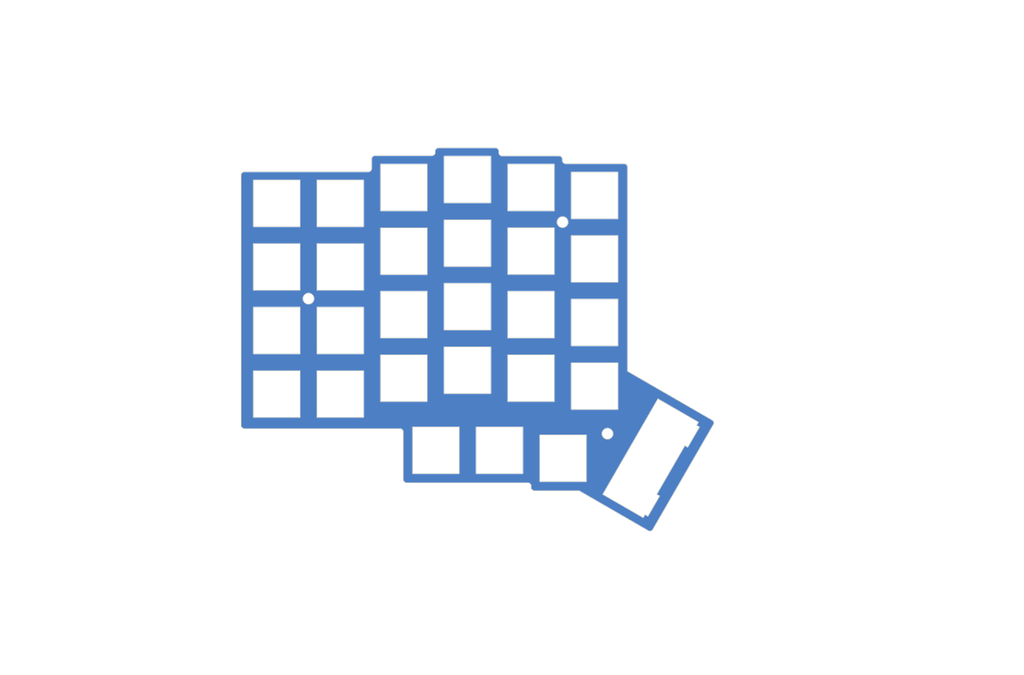
<source format=kicad_pcb>
(kicad_pcb (version 20221018) (generator pcbnew)

  (general
    (thickness 1.6)
  )

  (paper "A3")
  (title_block
    (title "Breeze")
    (date "2023-05-21")
    (rev "Rev1.2")
    (company "Afternoon Labs LLC")
  )

  (layers
    (0 "F.Cu" signal)
    (31 "B.Cu" signal)
    (36 "B.SilkS" user "B.Silkscreen")
    (37 "F.SilkS" user "F.Silkscreen")
    (38 "B.Mask" user)
    (39 "F.Mask" user)
    (40 "Dwgs.User" user "User.Drawings")
    (41 "Cmts.User" user "User.Comments")
    (42 "Eco1.User" user "User.Eco1")
    (43 "Eco2.User" user "User.Eco2")
    (44 "Edge.Cuts" user)
    (45 "Margin" user)
    (46 "B.CrtYd" user "B.Courtyard")
    (47 "F.CrtYd" user "F.Courtyard")
    (49 "F.Fab" user)
  )

  (setup
    (stackup
      (layer "F.SilkS" (type "Top Silk Screen"))
      (layer "F.Mask" (type "Top Solder Mask") (color "Purple") (thickness 0.01))
      (layer "F.Cu" (type "copper") (thickness 0.035))
      (layer "dielectric 1" (type "core") (thickness 1.51) (material "FR4") (epsilon_r 4.5) (loss_tangent 0.02))
      (layer "B.Cu" (type "copper") (thickness 0.035))
      (layer "B.Mask" (type "Bottom Solder Mask") (color "Purple") (thickness 0.01))
      (layer "B.SilkS" (type "Bottom Silk Screen"))
      (copper_finish "None")
      (dielectric_constraints no)
    )
    (pad_to_mask_clearance 0.0508)
    (pcbplotparams
      (layerselection 0x00010f0_ffffffff)
      (plot_on_all_layers_selection 0x0000000_00000000)
      (disableapertmacros false)
      (usegerberextensions false)
      (usegerberattributes true)
      (usegerberadvancedattributes true)
      (creategerberjobfile true)
      (dashed_line_dash_ratio 12.000000)
      (dashed_line_gap_ratio 3.000000)
      (svgprecision 6)
      (plotframeref false)
      (viasonmask false)
      (mode 1)
      (useauxorigin false)
      (hpglpennumber 1)
      (hpglpenspeed 20)
      (hpglpendiameter 15.000000)
      (dxfpolygonmode true)
      (dxfimperialunits true)
      (dxfusepcbnewfont true)
      (psnegative false)
      (psa4output false)
      (plotreference true)
      (plotvalue true)
      (plotinvisibletext false)
      (sketchpadsonfab false)
      (subtractmaskfromsilk false)
      (outputformat 1)
      (mirror false)
      (drillshape 0)
      (scaleselection 1)
      (outputdirectory "gerbers/breeze-left-switch")
    )
  )

  (net 0 "")

  (gr_arc (start 213.34 105.45) (mid 212.632893 105.157107) (end 212.34 104.45)
    (stroke (width 0.2) (type solid)) (layer "Edge.Cuts") (tstamp 014fdc02-cdde-4eeb-9f03-6006bcebf983))
  (gr_line (start 190.9 141.015) (end 176.9 141.015)
    (stroke (width 0.2) (type solid)) (layer "Edge.Cuts") (tstamp 0207bbe3-08b5-49aa-9a37-71d769e14919))
  (gr_line (start 250.911292 169.954367) (end 250.911292 108.78)
    (stroke (width 0.2) (type solid)) (layer "Edge.Cuts") (tstamp 023f243f-0f50-48d4-9b01-1d9728589423))
  (gr_line (start 229 145.999) (end 229 159.999)
    (stroke (width 0.2) (type solid)) (layer "Edge.Cuts") (tstamp 029d4214-3e4c-4b22-ba61-696d75785029))
  (gr_line (start 183.718 188.175) (end 183.718 202.391)
    (stroke (width 0.2) (type solid)) (layer "Edge.Cuts") (tstamp 03345a1e-a043-489b-a2fc-28b64f3ebe99))
  (gr_line (start 138.8 145.714) (end 138.8 131.714)
    (stroke (width 0.2) (type solid)) (layer "Edge.Cuts") (tstamp 047221a1-4a88-48a3-9ab2-84764edc3c40))
  (gr_line (start 193.29 104.03) (end 193.29 104.37)
    (stroke (width 0.2) (type solid)) (layer "Edge.Cuts") (tstamp 065914c3-7e03-4e15-b5a6-c734db583fb1))
  (gr_line (start 157.85 169.814) (end 171.85 169.814)
    (stroke (width 0.2) (type solid)) (layer "Edge.Cuts") (tstamp 081676ec-0045-4734-a125-ad2b9031c6af))
  (gr_line (start 190.9 165.049) (end 190.9 179.049)
    (stroke (width 0.2) (type solid)) (layer "Edge.Cuts") (tstamp 08e5df8e-b740-499c-8004-e42861591a4c))
  (gr_line (start 209.95 105.514) (end 209.95 119.514)
    (stroke (width 0.2) (type solid)) (layer "Edge.Cuts") (tstamp 0bc0f9b3-7868-4672-b578-b4a55f7c7d37))
  (gr_line (start 238.6 203.048) (end 224.6 203.048)
    (stroke (width 0.2) (type solid)) (layer "Edge.Cuts") (tstamp 0c107180-1acf-403f-afc4-3d94a2de0345))
  (gr_line (start 176.9 141.015) (end 176.9 127.015)
    (stroke (width 0.2) (type solid)) (layer "Edge.Cuts") (tstamp 1148bc5b-c9a4-4b67-b873-15673bf04452))
  (gr_line (start 260.027322 178.23693) (end 272.151678 185.23693)
    (stroke (width 0.2) (type solid)) (layer "Edge.Cuts") (tstamp 1595b49c-d3a0-4946-8af8-f414a4612f03))
  (gr_line (start 234.05 167.43) (end 248.05 167.43)
    (stroke (width 0.2) (type solid)) (layer "Edge.Cuts") (tstamp 168b700f-97cf-4530-bf03-8d4f4ada44e3))
  (gr_line (start 209.95 157.614) (end 195.95 157.614)
    (stroke (width 0.2) (type solid)) (layer "Edge.Cuts") (tstamp 16bcfd81-6543-47c6-a64c-bce28f7285fd))
  (gr_line (start 215 126.9642) (end 229 126.9642)
    (stroke (width 0.2) (type solid)) (layer "Edge.Cuts") (tstamp 19490751-8c9d-48d8-b977-53d56d66314f))
  (gr_line (start 248.05 143.301) (end 234.05 143.301)
    (stroke (width 0.2) (type solid)) (layer "Edge.Cuts") (tstamp 1a87f914-a574-4c96-ae57-9f048c588c80))
  (gr_line (start 229 126.9642) (end 229 140.9642)
    (stroke (width 0.2) (type solid)) (layer "Edge.Cuts") (tstamp 1cf80742-5f41-4f46-a1df-3a76b7c57cc5))
  (gr_line (start 138.8 131.714) (end 152.8 131.714)
    (stroke (width 0.2) (type solid)) (layer "Edge.Cuts") (tstamp 1e1c77a4-e13b-4036-9c6f-daef3aa9ac82))
  (gr_line (start 222.018 204.391) (end 222.018 204.771)
    (stroke (width 0.2) (type solid)) (layer "Edge.Cuts") (tstamp 20b2ddba-17db-4968-9775-1a9314ee0e79))
  (gr_line (start 249.911292 107.78) (end 232.39 107.78)
    (stroke (width 0.2) (type solid)) (layer "Edge.Cuts") (tstamp 223cef4f-53dd-4bd7-8aee-2bc811d657aa))
  (gr_line (start 234.05 181.43) (end 234.05 167.43)
    (stroke (width 0.2) (type solid)) (layer "Edge.Cuts") (tstamp 2b293f79-099e-4318-8a8b-6443c0f20933))
  (gr_line (start 248.05 129.301) (end 248.05 143.301)
    (stroke (width 0.2) (type solid)) (layer "Edge.Cuts") (tstamp 2bbbc476-cda1-4d92-ab96-a52d8a8eb9fd))
  (gr_line (start 219.55 186.664) (end 219.55 200.664)
    (stroke (width 0.2) (type solid)) (layer "Edge.Cuts") (tstamp 2c280ee8-3c97-4b37-b81e-621d845e4534))
  (gr_line (start 234.05 129.301) (end 248.05 129.301)
    (stroke (width 0.2) (type solid)) (layer "Edge.Cuts") (tstamp 2dc70ca6-f938-43f5-b03a-d8fab443c4e1))
  (gr_line (start 260.027322 178.23693) (end 243.502322 206.85907)
    (stroke (width 0.2) (type solid)) (layer "Edge.Cuts") (tstamp 2f88229e-3d0c-4f4c-96ae-f4ba62d817af))
  (gr_circle (center 244.916 188.685) (end 246.566 188.685)
    (stroke (width 0.2) (type solid)) (fill none) (layer "Edge.Cuts") (tstamp 2fdf3a89-50d2-4b88-9546-ca7049091577))
  (gr_line (start 176.9 145.999) (end 190.9 145.999)
    (stroke (width 0.2) (type solid)) (layer "Edge.Cuts") (tstamp 30116949-7868-496b-8565-a5abe82fc97c))
  (gr_line (start 259.670178 206.855522) (end 268.108178 192.240478)
    (stroke (width 0.2) (type solid)) (layer "Edge.Cuts") (tstamp 350b16e0-de78-445d-9fe2-e7267dd7e718))
  (gr_line (start 171.85 112.664) (end 171.85 126.664)
    (stroke (width 0.2) (type solid)) (layer "Edge.Cuts") (tstamp 35c84aa8-2eb2-4daf-83ae-b90d93cf0347))
  (gr_line (start 215 107.899) (end 229 107.899)
    (stroke (width 0.2) (type solid)) (layer "Edge.Cuts") (tstamp 368a6515-a35f-40e1-82d3-ffd6d0560e74))
  (gr_line (start 215 145.999) (end 229 145.999)
    (stroke (width 0.2) (type solid)) (layer "Edge.Cuts") (tstamp 36bfbc3f-931f-41d8-909f-392444e4b62f))
  (gr_line (start 171.85 126.664) (end 157.85 126.664)
    (stroke (width 0.2) (type solid)) (layer "Edge.Cuts") (tstamp 39056b18-e626-4833-b005-b4f2f3240bae))
  (gr_line (start 212.34 104.45) (end 212.34 104.03)
    (stroke (width 0.2) (type solid)) (layer "Edge.Cuts") (tstamp 3a91fdce-90dc-4b0d-b53d-dfe75010ad54))
  (gr_line (start 173.24 110.2) (end 136.12 110.2)
    (stroke (width 0.2) (type solid)) (layer "Edge.Cuts") (tstamp 3b6d12a5-1c20-46b9-8e60-72e5d43886b6))
  (gr_line (start 248.05 124.28) (end 234.05 124.28)
    (stroke (width 0.2) (type solid)) (layer "Edge.Cuts") (tstamp 3be5607e-a40a-42f6-8f70-aa7a4f86b782))
  (gr_line (start 248.05 148.351) (end 248.05 162.351)
    (stroke (width 0.2) (type solid)) (layer "Edge.Cuts") (tstamp 3d9cf6bf-4cde-47a1-909d-7286d6e5d11c))
  (gr_line (start 231.39 106.78) (end 231.39 106.45)
    (stroke (width 0.2) (type solid)) (layer "Edge.Cuts") (tstamp 3e73decf-7230-450b-aa2d-f0541e075304))
  (gr_line (start 259.670178 206.855522) (end 260.536203 207.355522)
    (stroke (width 0.2) (type solid)) (layer "Edge.Cuts") (tstamp 3e9e3bbc-63b2-4c87-9cec-2fdf325ed2a2))
  (gr_line (start 224.6 189.048) (end 238.6 189.048)
    (stroke (width 0.2) (type solid)) (layer "Edge.Cuts") (tstamp 3fd90e8a-517d-4151-905a-9ef22674dcba))
  (gr_line (start 190.9 159.999) (end 176.9 159.999)
    (stroke (width 0.2) (type solid)) (layer "Edge.Cuts") (tstamp 403f15af-2278-4bcb-80f1-022115e8cda0))
  (gr_arc (start 232.39 107.78) (mid 231.682918 107.487093) (end 231.39 106.78)
    (stroke (width 0.2) (type solid)) (layer "Edge.Cuts") (tstamp 409605f5-8669-4e7a-981c-4f11d56079a3))
  (gr_line (start 190.9 145.999) (end 190.9 159.999)
    (stroke (width 0.2) (type solid)) (layer "Edge.Cuts") (tstamp 40c8a762-45ae-445e-b08f-9a3c5acfbf09))
  (gr_arc (start 174.24 109.2) (mid 173.947107 109.907107) (end 173.24 110.2)
    (stroke (width 0.2) (type solid)) (layer "Edge.Cuts") (tstamp 44eb3999-9151-44df-8c77-68446b8eb815))
  (gr_line (start 234.05 124.28) (end 234.05 110.28)
    (stroke (width 0.2) (type solid)) (layer "Edge.Cuts") (tstamp 471d2210-878a-47d7-a768-663fdcb89e5d))
  (gr_arc (start 249.911292 107.78) (mid 250.618429 108.072877) (end 250.911292 108.78)
    (stroke (width 0.2) (type solid)) (layer "Edge.Cuts") (tstamp 4752db24-8745-4903-8ea0-bf3e98158ac3))
  (gr_line (start 229 107.899) (end 229 121.899)
    (stroke (width 0.2) (type solid)) (layer "Edge.Cuts") (tstamp 479d1781-a90a-4058-b68a-77ffb20df935))
  (gr_line (start 192.29 105.37) (end 175.24 105.37)
    (stroke (width 0.2) (type solid)) (layer "Edge.Cuts") (tstamp 4b559abf-21c3-4e36-9c33-31768778cef8))
  (gr_line (start 176.9 127.015) (end 190.9 127.015)
    (stroke (width 0.2) (type solid)) (layer "Edge.Cuts") (tstamp 4dc4304f-e5eb-4924-bd97-432dcc863059))
  (gr_line (start 248.05 162.351) (end 234.05 162.351)
    (stroke (width 0.2) (type solid)) (layer "Edge.Cuts") (tstamp 4e266a9d-254c-491c-adb2-1bd53221557d))
  (gr_line (start 229 179.049) (end 215 179.049)
    (stroke (width 0.2) (type solid)) (layer "Edge.Cuts") (tstamp 4e3f4ddc-6ff3-4e49-8ed9-bc97ec71cb74))
  (gr_arc (start 193.29 104.37) (mid 192.997107 105.077107) (end 192.29 105.37)
    (stroke (width 0.2) (type solid)) (layer "Edge.Cuts") (tstamp 50529f6a-1303-468e-82f8-08f5fb5dccca))
  (gr_line (start 215 140.9642) (end 215 126.9642)
    (stroke (width 0.2) (type solid)) (layer "Edge.Cuts") (tstamp 50627616-55b2-47c0-a89a-3973548200bf))
  (gr_line (start 152.8 164.764) (end 138.8 164.764)
    (stroke (width 0.2) (type solid)) (layer "Edge.Cuts") (tstamp 540d20a7-ec82-40f1-9a6f-37a74fbe87cc))
  (gr_line (start 171.85 150.764) (end 171.85 164.764)
    (stroke (width 0.2) (type solid)) (layer "Edge.Cuts") (tstamp 565a56fd-941a-4c4a-a80b-26c03ad21f09))
  (gr_line (start 157.85 164.764) (end 157.85 150.764)
    (stroke (width 0.2) (type solid)) (layer "Edge.Cuts") (tstamp 56ad9996-6af6-4216-ae7b-48cd6f9adb69))
  (gr_line (start 215 179.049) (end 215 165.049)
    (stroke (width 0.2) (type solid)) (layer "Edge.Cuts") (tstamp 573884c5-3131-480c-99d5-14b6b5f3f730))
  (gr_line (start 195.95 157.614) (end 195.95 143.614)
    (stroke (width 0.2) (type solid)) (layer "Edge.Cuts") (tstamp 5bbbd60e-3772-4dd1-aa66-8845229d6a9f))
  (gr_line (start 255.626678 213.85907) (end 243.502322 206.85907)
    (stroke (width 0.2) (type solid)) (layer "Edge.Cuts") (tstamp 5c43f7ee-d69f-4490-b8e5-2939f7eaa098))
  (gr_line (start 186.5 200.664) (end 186.5 186.664)
    (stroke (width 0.2) (type solid)) (layer "Edge.Cuts") (tstamp 5ecc1985-d74d-440e-bd6d-ebdadc1d7f9e))
  (gr_line (start 195.95 124.602) (end 209.95 124.602)
    (stroke (width 0.2) (type solid)) (layer "Edge.Cuts") (tstamp 6092eeec-c4ff-4980-be9a-1ab0430687b6))
  (gr_line (start 152.8 145.714) (end 138.8 145.714)
    (stroke (width 0.2) (type solid)) (layer "Edge.Cuts") (tstamp 609a813c-472c-472e-90ee-144fd5adf2ad))
  (gr_line (start 209.95 176.664) (end 195.95 176.664)
    (stroke (width 0.2) (type solid)) (layer "Edge.Cuts") (tstamp 625f8a6a-be54-4d28-9ade-ea824a20fb02))
  (gr_line (start 157.85 126.664) (end 157.85 112.664)
    (stroke (width 0.2) (type solid)) (layer "Edge.Cuts") (tstamp 6659a06e-74ee-4a3a-ba67-5821d649c12e))
  (gr_line (start 157.85 183.814) (end 157.85 169.814)
    (stroke (width 0.2) (type solid)) (layer "Edge.Cuts") (tstamp 7131f247-bff9-4d7d-9aea-521fa966d0f6))
  (gr_line (start 152.8 183.814) (end 138.8 183.814)
    (stroke (width 0.2) (type solid)) (layer "Edge.Cuts") (tstamp 73ebe64c-bd5d-45c4-b20c-18f8f2870ea5))
  (gr_line (start 209.95 119.514) (end 195.95 119.514)
    (stroke (width 0.2) (type solid)) (layer "Edge.Cuts") (tstamp 7837a342-ac95-4484-82e7-b4a079159457))
  (gr_line (start 229 140.9642) (end 215 140.9642)
    (stroke (width 0.2) (type solid)) (layer "Edge.Cuts") (tstamp 7910f3a7-b367-4625-8ea7-d0f937f313e9))
  (gr_line (start 184.718 203.391) (end 221.018 203.391)
    (stroke (width 0.2) (type solid)) (layer "Edge.Cuts") (tstamp 7b2bfe5d-d23b-47ff-9a65-f437fbede6c6))
  (gr_line (start 215 165.049) (end 229 165.049)
    (stroke (width 0.2) (type solid)) (layer "Edge.Cuts") (tstamp 7ea56f0b-2c33-4c49-b3d1-e340a4509665))
  (gr_line (start 171.85 164.764) (end 157.85 164.764)
    (stroke (width 0.2) (type solid)) (layer "Edge.Cuts") (tstamp 8262c7ff-4954-4b31-b138-2d6961cf2a94))
  (gr_line (start 215 159.999) (end 215 145.999)
    (stroke (width 0.2) (type solid)) (layer "Edge.Cuts") (tstamp 8344a1ae-c39b-4471-9976-8498e10081c7))
  (gr_line (start 171.85 131.714) (end 171.85 145.714)
    (stroke (width 0.2) (type solid)) (layer "Edge.Cuts") (tstamp 85af3737-470e-49a1-8cb0-499b5b07296d))
  (gr_line (start 234.05 148.351) (end 248.05 148.351)
    (stroke (width 0.2) (type solid)) (layer "Edge.Cuts") (tstamp 867d6f91-8715-474c-8b26-38aeb8d7a12c))
  (gr_line (start 238.6 189.048) (end 238.6 203.048)
    (stroke (width 0.2) (type solid)) (layer "Edge.Cuts") (tstamp 86a90b53-ef6b-43c4-8d94-0dd893e7e0d9))
  (gr_arc (start 276.269052 184.594652) (mid 276.734986 185.201861) (end 276.635079 185.960677)
    (stroke (width 0.2) (type solid)) (layer "Edge.Cuts") (tstamp 88c0b3e6-24b5-44dd-9e54-9bb2158a3a70))
  (gr_line (start 136.12 187.175) (end 182.718 187.175)
    (stroke (width 0.2) (type solid)) (layer "Edge.Cuts") (tstamp 8af3c70f-1bed-4511-bbfc-0e1d37c3d980))
  (gr_arc (start 193.29 104.03) (mid 193.582893 103.322893) (end 194.29 103.03)
    (stroke (width 0.2) (type solid)) (layer "Edge.Cuts") (tstamp 8bcc0f57-9dc5-4f9e-ac50-17bcf46affb2))
  (gr_arc (start 174.24 106.37) (mid 174.532893 105.662893) (end 175.24 105.37)
    (stroke (width 0.2) (type solid)) (layer "Edge.Cuts") (tstamp 8c4994b7-5f64-40d6-9bc7-b5bfb5c7e85e))
  (gr_arc (start 211.34 103.03) (mid 212.047106 103.322894) (end 212.34 104.03)
    (stroke (width 0.2) (type solid)) (layer "Edge.Cuts") (tstamp 8e6c84b0-446f-40a6-bae2-10131633080a))
  (gr_line (start 190.9 121.899) (end 176.9 121.899)
    (stroke (width 0.2) (type solid)) (layer "Edge.Cuts") (tstamp 93ca1d7d-e17f-4958-bc16-40723e7a172c))
  (gr_line (start 176.9 159.999) (end 176.9 145.999)
    (stroke (width 0.2) (type solid)) (layer "Edge.Cuts") (tstamp 9550b036-ce6e-417d-9ab8-fb0e65e409a6))
  (gr_line (start 205.55 186.664) (end 219.55 186.664)
    (stroke (width 0.2) (type solid)) (layer "Edge.Cuts") (tstamp 957f7616-7476-41d5-8aac-8ec6e66b80de))
  (gr_line (start 195.95 162.664) (end 209.95 162.664)
    (stroke (width 0.2) (type solid)) (layer "Edge.Cuts") (tstamp 9894e6e7-d6e0-4362-b0fc-61c64f11d761))
  (gr_line (start 229 165.049) (end 229 179.049)
    (stroke (width 0.2) (type solid)) (layer "Edge.Cuts") (tstamp 98c0531b-14e8-474e-8bdd-447995c15bee))
  (gr_line (start 215 121.899) (end 215 107.899)
    (stroke (width 0.2) (type solid)) (layer "Edge.Cuts") (tstamp 991bc4e7-513e-46e9-8b98-f1f55ac674de))
  (gr_arc (start 230.39 105.45) (mid 231.097132 105.742879) (end 231.39 106.45)
    (stroke (width 0.2) (type solid)) (layer "Edge.Cuts") (tstamp 991c6ddc-51d5-4b2a-8d0e-a2d7c3fb052e))
  (gr_line (start 234.05 110.28) (end 248.05 110.28)
    (stroke (width 0.2) (type solid)) (layer "Edge.Cuts") (tstamp 9929eaa0-20e7-44c7-bcf1-0c5cf6333519))
  (gr_line (start 152.8 169.814) (end 152.8 183.814)
    (stroke (width 0.2) (type solid)) (layer "Edge.Cuts") (tstamp 99ff5e6a-eaa1-41d8-8ca1-b924576f01f5))
  (gr_line (start 138.8 150.764) (end 152.8 150.764)
    (stroke (width 0.2) (type solid)) (layer "Edge.Cuts") (tstamp 9ac6b033-8a2f-4db8-8a62-8b66ec0b5a48))
  (gr_line (start 171.85 183.814) (end 157.85 183.814)
    (stroke (width 0.2) (type solid)) (layer "Edge.Cuts") (tstamp 9bf5b28f-21cd-4dbc-8f1f-40582190ffab))
  (gr_line (start 195.95 143.614) (end 209.95 143.614)
    (stroke (width 0.2) (type solid)) (layer "Edge.Cuts") (tstamp 9f330b24-b115-432f-9209-af362cbed796))
  (gr_arc (start 135.12 111.2) (mid 135.412893 110.492893) (end 136.12 110.2)
    (stroke (width 0.2) (type solid)) (layer "Edge.Cuts") (tstamp a69f0a53-05fc-41a4-95f9-84edbcddc0c2))
  (gr_line (start 171.85 169.814) (end 171.85 183.814)
    (stroke (width 0.2) (type solid)) (layer "Edge.Cuts") (tstamp aa39212e-f0bd-4330-acd3-306ad9992107))
  (gr_line (start 176.9 121.899) (end 176.9 107.899)
    (stroke (width 0.2) (type solid)) (layer "Edge.Cuts") (tstamp aac725c1-81d0-4e00-817d-1db43ef5ae29))
  (gr_line (start 195.95 119.514) (end 195.95 105.514)
    (stroke (width 0.2) (type solid)) (layer "Edge.Cuts") (tstamp ab3a2c00-4f89-4904-bef0-573234a70b2f))
  (gr_line (start 248.05 110.28) (end 248.05 124.28)
    (stroke (width 0.2) (type solid)) (layer "Edge.Cuts") (tstamp ab465586-2b87-4597-8dd5-f25741d16b9d))
  (gr_line (start 257.036203 213.4177) (end 256.170178 212.9177)
    (stroke (width 0.2) (type solid)) (layer "Edge.Cuts") (tstamp ab554328-46dd-476b-9c94-9cf6558fabb6))
  (gr_line (start 195.95 138.602) (end 195.95 124.602)
    (stroke (width 0.2) (type solid)) (layer "Edge.Cuts") (tstamp ab79a9da-6f13-4903-88d5-759876548376))
  (gr_line (start 200.5 186.664) (end 200.5 200.664)
    (stroke (width 0.2) (type solid)) (layer "Edge.Cuts") (tstamp ace65c7f-936e-4313-83bc-a9a63269ac33))
  (gr_arc (start 136.12 187.175) (mid 135.412893 186.882107) (end 135.12 186.175)
    (stroke (width 0.2) (type solid)) (layer "Edge.Cuts") (tstamp ada1c97b-1348-44c7-8a41-d5b50cca76b3))
  (gr_line (start 190.9 127.015) (end 190.9 141.015)
    (stroke (width 0.2) (type solid)) (layer "Edge.Cuts") (tstamp af2ec595-ca34-4dea-bdf8-188a5674f203))
  (gr_line (start 224.6 203.048) (end 224.6 189.048)
    (stroke (width 0.2) (type solid)) (layer "Edge.Cuts") (tstamp b03eaeb3-6819-41dd-9a5d-585941d86584))
  (gr_line (start 152.8 126.664) (end 138.8 126.664)
    (stroke (width 0.2) (type solid)) (layer "Edge.Cuts") (tstamp b1d1c562-26b4-4d82-ae21-d23b2d64e607))
  (gr_line (start 195.95 105.514) (end 209.95 105.514)
    (stroke (width 0.2) (type solid)) (layer "Edge.Cuts") (tstamp b2855e8c-550e-48a9-af2a-ca2e4cb6fa5a))
  (gr_line (start 138.8 126.664) (end 138.8 112.664)
    (stroke (width 0.2) (type solid)) (layer "Edge.Cuts") (tstamp b4986b25-3ec9-45d4-877b-836db17acebf))
  (gr_line (start 176.9 107.899) (end 190.9 107.899)
    (stroke (width 0.2) (type solid)) (layer "Edge.Cuts") (tstamp b72a21f1-9a27-469e-9e20-18e19bb9b491))
  (gr_line (start 157.85 145.714) (end 157.85 131.714)
    (stroke (width 0.2) (type solid)) (layer "Edge.Cuts") (tstamp b8295ea3-cc4f-4853-877a-a1a3737dfb91))
  (gr_line (start 276.269052 184.594652) (end 250.911292 169.954367)
    (stroke (width 0.2) (type solid)) (layer "Edge.Cuts") (tstamp bb67a4c9-59fe-4b3d-9b6d-145bd22cd8f6))
  (gr_line (start 268.974204 192.740478) (end 272.474204 186.6783)
    (stroke (width 0.2) (type solid)) (layer "Edge.Cuts") (tstamp bcfedcce-9b24-4a63-853c-2472e3cf7489))
  (gr_line (start 223.018 205.771) (end 236.116 205.771)
    (stroke (width 0.2) (type solid)) (layer "Edge.Cuts") (tstamp be24e8ad-baf6-418a-80f1-8d243acda3cd))
  (gr_line (start 257.036204 213.4177) (end 260.536204 207.355522)
    (stroke (width 0.2) (type solid)) (layer "Edge.Cuts") (tstamp be7552f7-7da9-46e3-9be7-6f62bfe3691c))
  (gr_line (start 234.05 162.351) (end 234.05 148.351)
    (stroke (width 0.2) (type solid)) (layer "Edge.Cuts") (tstamp bea231d7-7628-4dcf-8d4d-ffc52e18850a))
  (gr_line (start 135.12 111.2) (end 135.12 186.175)
    (stroke (width 0.2) (type solid)) (layer "Edge.Cuts") (tstamp bf610c02-4845-4de1-b1a7-f4399b5eb045))
  (gr_line (start 176.9 179.049) (end 176.9 165.049)
    (stroke (width 0.2) (type solid)) (layer "Edge.Cuts") (tstamp c0f42fb2-d617-4bf7-879a-b6ad57cd892a))
  (gr_line (start 209.95 124.602) (end 209.95 138.602)
    (stroke (width 0.2) (type solid)) (layer "Edge.Cuts") (tstamp c1b4664d-50f3-4aca-a71e-6822305c32a3))
  (gr_line (start 174.24 106.37) (end 174.24 109.2)
    (stroke (width 0.2) (type solid)) (layer "Edge.Cuts") (tstamp c1cf505f-6ecb-4968-9489-22ba2cfc2ff9))
  (gr_line (start 200.5 200.664) (end 186.5 200.664)
    (stroke (width 0.2) (type solid)) (layer "Edge.Cuts") (tstamp c3d56e95-e624-4e0c-9c94-86bf6339bf6b))
  (gr_line (start 138.8 183.814) (end 138.8 169.814)
    (stroke (width 0.2) (type solid)) (layer "Edge.Cuts") (tstamp c50e73c8-6c87-42ad-98e9-458f032a1a8c))
  (gr_line (start 152.8 112.664) (end 152.8 126.664)
    (stroke (width 0.2) (type solid)) (layer "Edge.Cuts") (tstamp c61d9df6-eb54-4686-ad64-0fad7e51521b))
  (gr_line (start 248.05 167.43) (end 248.05 181.43)
    (stroke (width 0.2) (type solid)) (layer "Edge.Cuts") (tstamp c62903fb-85aa-4ab1-b2b0-ecc775209789))
  (gr_line (start 234.05 143.301) (end 234.05 129.301)
    (stroke (width 0.2) (type solid)) (layer "Edge.Cuts") (tstamp c7c97421-d3cf-41ee-86fe-6678bd4aefd5))
  (gr_line (start 258.494 217.382) (end 276.635079 185.960677)
    (stroke (width 0.2) (type solid)) (layer "Edge.Cuts") (tstamp c87fd462-2cb4-4b1b-8f4f-37b32576f3ca))
  (gr_arc (start 221.018 203.391) (mid 221.725132 203.683879) (end 222.018 204.391)
    (stroke (width 0.2) (type solid)) (layer "Edge.Cuts") (tstamp ca349031-3af0-4640-8c00-ec26ccc7c1e1))
  (gr_arc (start 236.116 205.771) (mid 236.380003 205.803734) (end 236.626025 205.904931)
    (stroke (width 0.2) (type solid)) (layer "Edge.Cuts") (tstamp ca8063b8-e803-4164-a871-0a45eb4137d7))
  (gr_line (start 229 121.899) (end 215 121.899)
    (stroke (width 0.2) (type solid)) (layer "Edge.Cuts") (tstamp cb7a0fa7-e89b-454e-bca2-872418d96a02))
  (gr_arc (start 182.718 187.175) (mid 183.425107 187.467893) (end 183.718 188.175)
    (stroke (width 0.2) (type solid)) (layer "Edge.Cuts") (tstamp cc658355-bca7-4b7d-9348-7a4d495ccf6e))
  (gr_line (start 248.05 181.43) (end 234.05 181.43)
    (stroke (width 0.2) (type solid)) (layer "Edge.Cuts") (tstamp d0155553-6034-4ebc-96cb-6f00fddd1499))
  (gr_line (start 152.8 150.764) (end 152.8 164.764)
    (stroke (width 0.2) (type solid)) (layer "Edge.Cuts") (tstamp d0356e70-6a52-433e-8074-19b63c24437d))
  (gr_line (start 176.9 165.049) (end 190.9 165.049)
    (stroke (width 0.2) (type solid)) (layer "Edge.Cuts") (tstamp d08513ed-c98c-4706-ade7-ecd3961e6a3b))
  (gr_line (start 152.8 131.714) (end 152.8 145.714)
    (stroke (width 0.2) (type solid)) (layer "Edge.Cuts") (tstamp d1a18ed4-70f8-4243-a861-b2a8e931e426))
  (gr_line (start 205.55 200.664) (end 205.55 186.664)
    (stroke (width 0.2) (type solid)) (layer "Edge.Cuts") (tstamp d1a824f5-645c-4b08-a289-4aa72b5b4c39))
  (gr_line (start 236.626025 205.904931) (end 257.128 217.748)
    (stroke (width 0.2) (type solid)) (layer "Edge.Cuts") (tstamp d5515c89-3063-48a6-939b-4618528d8a54))
  (gr_circle (center 231.45 125.28) (end 233.1 125.28)
    (stroke (width 0.2) (type solid)) (fill none) (layer "Edge.Cuts") (tstamp d778344d-9dd5-454e-b536-5a8d267e767e))
  (gr_line (start 219.55 200.664) (end 205.55 200.664)
    (stroke (width 0.2) (type solid)) (layer "Edge.Cuts") (tstamp d7f15894-25ed-4bf4-b76e-67115444b4d5))
  (gr_line (start 268.974203 192.740478) (end 268.108178 192.240478)
    (stroke (width 0.2) (type solid)) (layer "Edge.Cuts") (tstamp dbced833-1ea0-4537-b49c-b40a29de6e60))
  (gr_line (start 211.34 103.03) (end 194.29 103.03)
    (stroke (width 0.2) (type solid)) (layer "Edge.Cuts") (tstamp dc7e4b0d-1e6b-4d86-8499-2564f2fe3bc4))
  (gr_circle (center 155.316 148.215) (end 156.966 148.215)
    (stroke (width 0.2) (type solid)) (fill none) (layer "Edge.Cuts") (tstamp dcb3c03e-43ba-413a-8ff8-eb9967634622))
  (gr_line (start 271.608178 186.1783) (end 272.474203 186.6783)
    (stroke (width 0.2) (type solid)) (layer "Edge.Cuts") (tstamp dd4a7a2a-2a4c-4b3c-aac4-b73fc99c46c7))
  (gr_line (start 138.8 169.814) (end 152.8 169.814)
    (stroke (width 0.2) (type solid)) (layer "Edge.Cuts") (tstamp de5b22c0-184f-4588-98b1-8296955e11a9))
  (gr_line (start 271.608178 186.1783) (end 272.151678 185.23693)
    (stroke (width 0.2) (type solid)) (layer "Edge.Cuts") (tstamp e02226ad-456c-448c-b1ff-536a720f772a))
  (gr_line (start 157.85 131.714) (end 171.85 131.714)
    (stroke (width 0.2) (type solid)) (layer "Edge.Cuts") (tstamp e1b4cb98-70a6-4115-9dc4-9e0ff52cc59c))
  (gr_line (start 190.9 179.049) (end 176.9 179.049)
    (stroke (width 0.2) (type solid)) (layer "Edge.Cuts") (tstamp e32c965c-a3d5-42e1-9851-a4e37022f4a4))
  (gr_line (start 209.95 138.602) (end 195.95 138.602)
    (stroke (width 0.2) (type solid)) (layer "Edge.Cuts") (tstamp e37c7fc3-698c-42a5-8b47-3b5b782ccec7))
  (gr_arc (start 184.718 203.391) (mid 184.010893 203.098107) (end 183.718 202.391)
    (stroke (width 0.2) (type solid)) (layer "Edge.Cuts") (tstamp e53fa39a-6a05-4cff-8b04-26c643015a15))
  (gr_line (start 157.85 150.764) (end 171.85 150.764)
    (stroke (width 0.2) (type solid)) (layer "Edge.Cuts") (tstamp e5de5724-a7c5-453f-bccc-24c1878d86fa))
  (gr_line (start 255.626678 213.85907) (end 256.170178 212.9177)
    (stroke (width 0.2) (type solid)) (layer "Edge.Cuts") (tstamp e65326c9-fde8-4cae-8a47-532f3067c50c))
  (gr_line (start 190.9 107.899) (end 190.9 121.899)
    (stroke (width 0.2) (type solid)) (layer "Edge.Cuts") (tstamp e67329a6-626c-40d0-8a91-a9528c6fc2f1))
  (gr_line (start 138.8 164.764) (end 138.8 150.764)
    (stroke (width 0.2) (type solid)) (layer "Edge.Cuts") (tstamp e9093873-553b-4d42-916a-013e303e42ec))
  (gr_arc (start 223.018 205.771) (mid 222.310918 205.478093) (end 222.018 204.771)
    (stroke (width 0.2) (type solid)) (layer "Edge.Cuts") (tstamp eca2b03a-c1dc-4882-9bb4-125d0069fa53))
  (gr_line (start 195.95 176.664) (end 195.95 162.664)
    (stroke (width 0.2) (type solid)) (layer "Edge.Cuts") (tstamp eca4722d-bf49-4448-a61a-d4c6dc7355c3))
  (gr_arc (start 258.494 217.382) (mid 257.886806 217.847882) (end 257.128 217.748)
    (stroke (width 0.2) (type solid)) (layer "Edge.Cuts") (tstamp f0b51e89-71a9-409e-8518-fe7a3e8d41e1))
  (gr_line (start 209.95 143.614) (end 209.95 157.614)
    (stroke (width 0.2) (type solid)) (layer "Edge.Cuts") (tstamp f21f0aff-2b04-41a8-9fbf-298c4454644d))
  (gr_line (start 229 159.999) (end 215 159.999)
    (stroke (width 0.2) (type solid)) (layer "Edge.Cuts") (tstamp f4ba4007-2f7f-49ff-9bd3-791c643285ea))
  (gr_line (start 230.39 105.45) (end 213.34 105.45)
    (stroke (width 0.2) (type solid)) (layer "Edge.Cuts") (tstamp f4de2ca0-3c1a-4dec-b05b-90e7409211b7))
  (gr_line (start 171.85 145.714) (end 157.85 145.714)
    (stroke (width 0.2) (type solid)) (layer "Edge.Cuts") (tstamp f7e1fd28-f936-42cb-a4fa-1c77f61695d8))
  (gr_line (start 157.85 112.664) (end 171.85 112.664)
    (stroke (width 0.2) (type solid)) (layer "Edge.Cuts") (tstamp f99ff9dc-c5f6-4dba-9cad-4173e4499b9a))
  (gr_line (start 138.8 112.664) (end 152.8 112.664)
    (stroke (width 0.2) (type solid)) (layer "Edge.Cuts") (tstamp fa3c9216-df5d-4b7e-bb59-e22d85ccd241))
  (gr_line (start 209.95 162.664) (end 209.95 176.664)
    (stroke (width 0.2) (type solid)) (layer "Edge.Cuts") (tstamp fb40c9c3-5575-456c-85be-15380366a744))
  (gr_line (start 186.5 186.664) (end 200.5 186.664)
    (stroke (width 0.2) (type solid)) (layer "Edge.Cuts") (tstamp fdba9e06-0199-4d55-9d50-f843c888a777))

  (zone (net 0) (net_name "") (layers "F&B.Cu") (tstamp 183fa601-921a-4f4c-82e2-1fb9030cafb9) (hatch edge 0.5)
    (connect_pads (clearance 0))
    (min_thickness 0.25) (filled_areas_thickness no)
    (fill yes (thermal_gap 0.5) (thermal_bridge_width 0.5) (island_removal_mode 1) (island_area_min 10))
    (polygon
      (pts
        (xy 62.87 58.72)
        (xy 62.87 261.06)
        (xy 369.73 261.06)
        (xy 369.73 60.52)
      )
    )
    (filled_polygon
      (layer "F.Cu")
      (island)
      (pts
        (xy 211.342694 103.055735)
        (xy 211.49841 103.069359)
        (xy 211.519695 103.073111)
        (xy 211.662826 103.111463)
        (xy 211.683123 103.118851)
        (xy 211.81743 103.181479)
        (xy 211.836133 103.192278)
        (xy 211.957514 103.277271)
        (xy 211.974071 103.291164)
        (xy 212.078835 103.395928)
        (xy 212.092728 103.412485)
        (xy 212.177721 103.533866)
        (xy 212.188522 103.552573)
        (xy 212.251146 103.68687)
        (xy 212.258536 103.707175)
        (xy 212.296887 103.850303)
        (xy 212.30064 103.871589)
        (xy 212.30665 103.94028)
        (xy 212.314056 104.024928)
        (xy 212.314264 104.027298)
        (xy 212.3145 104.032705)
        (xy 212.3145 104.53972)
        (xy 212.34566 104.716433)
        (xy 212.40703 104.885047)
        (xy 212.407033 104.885054)
        (xy 212.49675 105.040447)
        (xy 212.496752 105.04045)
        (xy 212.612091 105.177908)
        (xy 212.711444 105.261274)
        (xy 212.749551 105.293249)
        (xy 212.90495 105.382969)
        (xy 213.073567 105.44434)
        (xy 213.25028 105.4755)
        (xy 213.334928 105.4755)
        (xy 230.357053 105.4755)
        (xy 230.357073 105.475503)
        (xy 230.381716 105.4755)
        (xy 230.381717 105.475501)
        (xy 230.3873 105.4755)
        (xy 230.392681 105.475734)
        (xy 230.54842 105.489345)
        (xy 230.569705 105.493096)
        (xy 230.712837 105.531438)
        (xy 230.733148 105.53883)
        (xy 230.867438 105.601444)
        (xy 230.886153 105.612247)
        (xy 231.007538 105.697237)
        (xy 231.024098 105.711133)
        (xy 231.128866 105.815901)
        (xy 231.142762 105.832461)
        (xy 231.22775 105.953843)
        (xy 231.238557 105.972564)
        (xy 231.301168 106.106849)
        (xy 231.308561 106.127163)
        (xy 231.346902 106.270292)
        (xy 231.350654 106.291581)
        (xy 231.364263 106.447292)
        (xy 231.364499 106.452693)
        (xy 231.364499 106.771717)
        (xy 231.3645 106.780003)
        (xy 231.364507 106.869715)
        (xy 231.364508 106.869725)
        (xy 231.395677 107.046415)
        (xy 231.395679 107.046422)
        (xy 231.39568 107.046425)
        (xy 231.457059 107.215035)
        (xy 231.546781 107.370426)
        (xy 231.662121 107.507879)
        (xy 231.799574 107.623219)
        (xy 231.954965 107.712941)
        (xy 232.123575 107.77432)
        (xy 232.123581 107.774321)
        (xy 232.123584 107.774322)
        (xy 232.26097 107.798557)
        (xy 232.30028 107.805492)
        (xy 232.370493 107.805497)
        (xy 232.370507 107.8055)
        (xy 232.389997 107.8055)
        (xy 232.398283 107.805501)
        (xy 232.398283 107.8055)
        (xy 232.422926 107.805503)
        (xy 232.422947 107.8055)
        (xy 249.878345 107.8055)
        (xy 249.878365 107.805503)
        (xy 249.903008 107.8055)
        (xy 249.903009 107.805501)
        (xy 249.908593 107.8055)
        (xy 249.913972 107.805733)
        (xy 250.069716 107.819344)
        (xy 250.090997 107.823095)
        (xy 250.234127 107.861435)
        (xy 250.254438 107.868826)
        (xy 250.388736 107.931442)
        (xy 250.40745 107.942246)
        (xy 250.528832 108.027233)
        (xy 250.545392 108.041128)
        (xy 250.650166 108.145901)
        (xy 250.664061 108.162462)
        (xy 250.749047 108.28384)
        (xy 250.759855 108.302561)
        (xy 250.822467 108.436848)
        (xy 250.82986 108.457162)
        (xy 250.868202 108.600292)
        (xy 250.871954 108.621581)
        (xy 250.885555 108.7772)
        (xy 250.885791 108.782601)
        (xy 250.885791 169.948622)
        (xy 250.88526 169.956722)
        (xy 250.884629 169.961508)
        (xy 250.885818 169.965946)
        (xy 250.888526 169.970635)
        (xy 250.891775 169.973884)
        (xy 250.896233 169.975731)
        (xy 250.903515 169.979322)
        (xy 276.24209 184.60853)
        (xy 276.242098 184.608536)
        (xy 276.249127 184.612593)
        (xy 276.249128 184.612594)
        (xy 276.253956 184.615381)
        (xy 276.258511 184.618283)
        (xy 276.386574 184.707943)
        (xy 276.40313 184.721835)
        (xy 276.507909 184.826607)
        (xy 276.521803 184.843163)
        (xy 276.606797 184.964536)
        (xy 276.617606 184.983257)
        (xy 276.680231 185.117548)
        (xy 276.687624 185.137858)
        (xy 276.725978 185.280981)
        (xy 276.729732 185.302268)
        (xy 276.742649 185.449878)
        (xy 276.742649 185.471494)
        (xy 276.729737 185.6191)
        (xy 276.725984 185.640387)
        (xy 276.687634 185.783514)
        (xy 276.680241 185.803826)
        (xy 276.614406 185.945009)
        (xy 276.611907 185.949809)
        (xy 258.473266 217.366909)
        (xy 258.470355 217.371477)
        (xy 258.380703 217.499489)
        (xy 258.36681 217.516044)
        (xy 258.262031 217.620807)
        (xy 258.245473 217.634698)
        (xy 258.124105 217.71967)
        (xy 258.105388 217.730475)
        (xy 257.971107 217.793084)
        (xy 257.950797 217.800476)
        (xy 257.807678 217.83882)
        (xy 257.786393 217.842572)
        (xy 257.638799 217.855482)
        (xy 257.617187 217.855482)
        (xy 257.469588 217.842569)
        (xy 257.448303 217.838816)
        (xy 257.305191 217.800471)
        (xy 257.284882 217.79308)
        (xy 257.142859 217.726859)
        (xy 257.138045 217.724352)
        (xy 238.341115 206.866212)
        (xy 243.47566 206.866212)
        (xy 243.475661 206.866215)
        (xy 243.488521 206.882973)
        (xy 243.505138 206.892565)
        (xy 243.515328 206.896023)
        (xy 255.588179 213.866287)
        (xy 255.596278 213.873389)
        (xy 255.615584 213.884535)
        (xy 255.63178 213.885596)
        (xy 255.63384 213.885799)
        (xy 255.635391 213.884526)
        (xy 255.646226 213.876212)
        (xy 255.646226 213.876211)
        (xy 255.650581 213.87287)
        (xy 255.650581 213.872865)
        (xy 255.660172 213.856255)
        (xy 255.663629 213.846067)
        (xy 256.117511 213.059919)
        (xy 256.168078 213.011704)
        (xy 256.236685 212.998481)
        (xy 256.286898 213.014533)
        (xy 256.997704 213.424917)
        (xy 257.005805 213.43202)
        (xy 257.025109 213.443165)
        (xy 257.041319 213.444227)
        (xy 257.043368 213.444428)
        (xy 257.044944 213.443136)
        (xy 257.046008 213.44232)
        (xy 257.055752 213.434842)
        (xy 257.05995 213.431621)
        (xy 257.071102 213.423065)
        (xy 257.070901 213.418236)
        (xy 257.083841 213.386187)
        (xy 260.543417 207.394027)
        (xy 260.550509 207.385942)
        (xy 260.560104 207.369324)
        (xy 260.560106 207.369323)
        (xy 260.560106 207.369321)
        (xy 260.560108 207.369318)
        (xy 260.562865 207.348378)
        (xy 260.550003 207.331618)
        (xy 260.533399 207.322032)
        (xy 260.523199 207.31857)
        (xy 259.812396 206.908186)
        (xy 259.764181 206.85762)
        (xy 259.750958 206.789013)
        (xy 259.767008 206.738803)
        (xy 268.055512 192.382695)
        (xy 268.106078 192.334481)
        (xy 268.174685 192.321258)
        (xy 268.224894 192.337308)
        (xy 268.86287 192.705644)
        (xy 268.935704 192.747695)
        (xy 268.943805 192.754798)
        (xy 268.963109 192.765943)
        (xy 268.979319 192.767005)
        (xy 268.981368 192.767206)
        (xy 268.982944 192.765914)
        (xy 268.984008 192.765098)
        (xy 268.993752 192.75762)
        (xy 268.99795 192.754399)
        (xy 269.009102 192.745843)
        (xy 269.008901 192.741014)
        (xy 269.021841 192.708965)
        (xy 272.481417 186.716805)
        (xy 272.488509 186.70872)
        (xy 272.498104 186.692102)
        (xy 272.498106 186.692101)
        (xy 272.498106 186.692099)
        (xy 272.498108 186.692096)
        (xy 272.500865 186.671156)
        (xy 272.488003 186.654396)
        (xy 272.471399 186.64481)
        (xy 272.461199 186.641348)
        (xy 271.750396 186.230964)
        (xy 271.702181 186.180398)
        (xy 271.688958 186.111791)
        (xy 271.705008 186.061581)
        (xy 272.158891 185.275433)
        (xy 272.165991 185.267339)
        (xy 272.175579 185.250731)
        (xy 272.175581 185.25073)
        (xy 272.176797 185.24149)
        (xy 272.178339 185.229787)
        (xy 272.165478 185.213027)
        (xy 272.165476 185.213026)
        (xy 272.148879 185.203443)
        (xy 272.13868 185.19998)
        (xy 260.065824 178.229713)
        (xy 260.05774 178.222623)
        (xy 260.04112 178.213026)
        (xy 260.03358 178.212033)
        (xy 260.033578 178.212033)
        (xy 260.020178 178.210268)
        (xy 260.020176 178.210269)
        (xy 260.003418 178.223129)
        (xy 259.993835 178.239728)
        (xy 259.990372 178.249926)
        (xy 243.4951 206.820576)
        (xy 243.487999 206.828674)
        (xy 243.478418 206.845269)
        (xy 243.477336 206.853487)
        (xy 243.477336 206.853489)
        (xy 243.47566 206.866212)
        (xy 238.341115 206.866212)
        (xy 236.685291 205.909717)
        (xy 236.685258 205.909683)
        (xy 236.579457 205.848573)
        (xy 236.579442 205.848566)
        (xy 236.45275 205.796456)
        (xy 236.452744 205.796454)
        (xy 236.320226 205.761658)
        (xy 236.320212 205.761655)
        (xy 236.184251 205.744801)
        (xy 236.184246 205.744801)
        (xy 236.11584 205.7455)
        (xy 223.020712 205.7455)
        (xy 223.0153 205.745263)
        (xy 222.859594 205.731626)
        (xy 222.838312 205.727872)
        (xy 222.695194 205.689514)
        (xy 222.674885 205.682121)
        (xy 222.5406 205.619495)
        (xy 222.521884 205.608688)
        (xy 222.400514 205.5237)
        (xy 222.383959 205.509808)
        (xy 222.279191 205.40504)
        (xy 222.265299 205.388485)
        (xy 222.180311 205.267115)
        (xy 222.169504 205.248399)
        (xy 222.106878 205.114114)
        (xy 222.099485 205.093805)
        (xy 222.061126 204.950681)
        (xy 222.057373 204.929404)
        (xy 222.043737 204.773698)
        (xy 222.0435 204.768286)
        (xy 222.0435 204.385928)
        (xy 222.043508 204.301282)
        (xy 222.029495 204.221772)
        (xy 222.012362 204.124559)
        (xy 221.950997 203.955933)
        (xy 221.86128 203.800527)
        (xy 221.861279 203.800525)
        (xy 221.814668 203.744975)
        (xy 221.745937 203.663063)
        (xy 221.677205 203.605391)
        (xy 221.608474 203.54772)
        (xy 221.60847 203.547718)
        (xy 221.453071 203.458005)
        (xy 221.453069 203.458004)
        (xy 221.453067 203.458003)
        (xy 221.284441 203.396638)
        (xy 221.220337 203.38534)
        (xy 221.107723 203.365492)
        (xy 221.107722 203.365492)
        (xy 221.10772 203.365492)
        (xy 221.047904 203.365497)
        (xy 221.017996 203.3655)
        (xy 184.720706 203.3655)
        (xy 184.715305 203.365264)
        (xy 184.676783 203.361893)
        (xy 184.559589 203.35164)
        (xy 184.538303 203.347887)
        (xy 184.395175 203.309536)
        (xy 184.37487 203.302146)
        (xy 184.240573 203.239522)
        (xy 184.221866 203.228721)
        (xy 184.100485 203.143728)
        (xy 184.083928 203.129835)
        (xy 183.982925 203.028832)
        (xy 224.572398 203.028832)
        (xy 224.572399 203.048)
        (xy 224.5745 203.053073)
        (xy 224.580482 203.067516)
        (xy 224.580483 203.067517)
        (xy 224.6 203.075601)
        (xy 224.619177 203.075601)
        (xy 224.629739 203.0735)
        (xy 238.570261 203.0735)
        (xy 238.580823 203.075601)
        (xy 238.6 203.075601)
        (xy 238.619517 203.067517)
        (xy 238.6255 203.053072)
        (xy 238.627601 203.048)
        (xy 238.6276 203.047997)
        (xy 238.627601 203.028832)
        (xy 238.6255 203.018269)
        (xy 238.6255 189.077738)
        (xy 238.627601 189.067177)
        (xy 238.627601 189.047999)
        (xy 238.619517 189.028483)
        (xy 238.605072 189.0225)
        (xy 238.6 189.020399)
        (xy 238.580824 189.020399)
        (xy 238.570262 189.0225)
        (xy 224.629738 189.0225)
        (xy 224.619176 189.020399)
        (xy 224.6 189.020399)
        (xy 224.594928 189.0225)
        (xy 224.580482 189.028483)
        (xy 224.572399 189.047999)
        (xy 224.572398 189.067177)
        (xy 224.5745 189.077738)
        (xy 224.5745 203.018264)
        (xy 224.572398 203.028832)
        (xy 183.982925 203.028832)
        (xy 183.979164 203.025071)
        (xy 183.965271 203.008514)
        (xy 183.880278 202.887133)
        (xy 183.869479 202.86843)
        (xy 183.806851 202.734123)
        (xy 183.799463 202.713824)
        (xy 183.761112 202.570696)
        (xy 183.757359 202.549409)
        (xy 183.751349 202.48072)
        (xy 183.743735 202.393695)
        (xy 183.7435 202.388293)
        (xy 183.7435 200.644832)
        (xy 186.472398 200.644832)
        (xy 186.472399 200.664)
        (xy 186.4745 200.669073)
        (xy 186.480482 200.683516)
        (xy 186.480483 200.683517)
        (xy 186.5 200.691601)
        (xy 186.519177 200.691601)
        (xy 186.529739 200.6895)
        (xy 200.470261 200.6895)
        (xy 200.480823 200.691601)
        (xy 200.5 200.691601)
        (xy 200.519517 200.683517)
        (xy 200.5255 200.669072)
        (xy 200.527601 200.664)
        (xy 200.5276 200.663997)
        (xy 200.527601 200.644832)
        (xy 205.522398 200.644832)
        (xy 205.522399 200.664)
        (xy 205.5245 200.669073)
        (xy 205.530482 200.683516)
        (xy 205.530483 200.683517)
        (xy 205.55 200.691601)
        (xy 205.569177 200.691601)
        (xy 205.579739 200.6895)
        (xy 219.520261 200.6895)
        (xy 219.530823 200.691601)
        (xy 219.55 200.691601)
        (xy 219.569517 200.683517)
        (xy 219.5755 200.669072)
        (xy 219.577601 200.664)
        (xy 219.5776 200.663997)
        (xy 219.577601 200.644832)
        (xy 219.5755 200.634264)
        (xy 219.5755 188.685004)
        (xy 243.235802 188.685004)
        (xy 243.254567 188.935419)
        (xy 243.287051 189.077738)
        (xy 243.310448 189.180247)
        (xy 243.31045 189.180252)
        (xy 243.402194 189.414011)
        (xy 243.402193 189.414011)
        (xy 243.481796 189.551885)
        (xy 243.527755 189.631489)
        (xy 243.654217 189.790067)
        (xy 243.684331 189.827829)
        (xy 243.858107 189.989069)
        (xy 243.868414 189.998632)
        (xy 244.075901 190.140094)
        (xy 244.075906 190.140096)
        (xy 244.075907 190.140097)
        (xy 244.075908 190.140098)
        (xy 244.19607 190.197964)
        (xy 244.302151 190.24905)
        (xy 244.302152 190.24905)
        (xy 244.302155 190.249052)
        (xy 244.542121 190.323072)
        (xy 244.790439 190.3605)
        (xy 244.79044 190.3605)
        (xy 245.04156 190.3605)
        (xy 245.041561 190.3605)
        (xy 245.289879 190.323072)
        (xy 245.529845 190.249052)
        (xy 245.756099 190.140094)
        (xy 245.963586 189.998632)
        (xy 246.147672 189.827825)
        (xy 246.304245 189.631489)
        (xy 246.429806 189.414011)
        (xy 246.521552 189.180247)
        (xy 246.577432 188.935421)
        (xy 246.596198 188.685)
        (xy 246.577432 188.434579)
        (xy 246.521552 188.189753)
        (xy 246.429806 187.955989)
        (xy 246.429805 187.955988)
        (xy 246.429806 187.955988)
        (xy 246.363822 187.841701)
        (xy 246.304245 187.738511)
        (xy 246.147672 187.542175)
        (xy 246.147671 187.542174)
        (xy 246.147668 187.54217)
        (xy 245.963586 187.371368)
        (xy 245.904462 187.331058)
        (xy 245.756099 187.229906)
        (xy 245.756095 187.229904)
        (xy 245.756092 187.229902)
        (xy 245.756091 187.229901)
        (xy 245.529847 187.120949)
        (xy 245.529849 187.120949)
        (xy 245.289887 187.04693)
        (xy 245.289883 187.046929)
        (xy 245.289879 187.046928)
        (xy 245.170432 187.028924)
        (xy 245.041566 187.0095)
        (xy 245.041561 187.0095)
        (xy 244.790439 187.0095)
        (xy 244.790433 187.0095)
        (xy 244.635792 187.032809)
        (xy 244.542121 187.046928)
        (xy 244.542117 187.046929)
        (xy 244.542118 187.046929)
        (xy 244.542112 187.04693)
        (xy 244.302151 187.120949)
        (xy 244.075908 187.229901)
        (xy 244.075907 187.229902)
        (xy 243.868413 187.371368)
        (xy 243.684331 187.54217)
        (xy 243.527755 187.738511)
        (xy 243.402194 187.955988)
        (xy 243.31045 188.189747)
        (xy 243.310445 188.189764)
        (xy 243.254567 188.43458)
        (xy 243.235802 188.684995)
        (xy 243.235802 188.685004)
        (xy 219.5755 188.685004)
        (xy 219.5755 186.693738)
        (xy 219.577601 186.683177)
        (xy 219.5776 186.664002)
        (xy 219.577601 186.664)
        (xy 219.569517 186.644483)
        (xy 219.555072 186.6385)
        (xy 219.55 186.636399)
        (xy 219.530824 186.636399)
        (xy 219.520262 186.6385)
        (xy 205.579738 186.6385)
        (xy 205.569176 186.636399)
        (xy 205.55 186.636399)
        (xy 205.544928 186.6385)
        (xy 205.530482 186.644483)
        (xy 205.522399 186.663999)
        (xy 205.522398 186.683177)
        (xy 205.5245 186.693738)
        (xy 205.5245 200.634264)
        (xy 205.522398 200.644832)
        (xy 200.527601 200.644832)
        (xy 200.5255 200.634264)
        (xy 200.5255 186.693738)
        (xy 200.527601 186.683177)
        (xy 200.527601 186.663999)
        (xy 200.519517 186.644483)
        (xy 200.505072 186.6385)
        (xy 200.5 186.636399)
        (xy 200.480824 186.636399)
        (xy 200.470262 186.6385)
        (xy 186.529738 186.6385)
        (xy 186.519176 186.636399)
        (xy 186.5 186.636399)
        (xy 186.494928 186.6385)
        (xy 186.480482 186.644483)
        (xy 186.472399 186.663999)
        (xy 186.472398 186.683177)
        (xy 186.4745 186.693738)
        (xy 186.4745 200.634264)
        (xy 186.472398 200.644832)
        (xy 183.7435 200.644832)
        (xy 183.7435 188.085282)
        (xy 183.7435 188.08528)
        (xy 183.71234 187.908567)
        (xy 183.650969 187.73995)
        (xy 183.561249 187.584551)
        (xy 183.520766 187.536305)
        (xy 183.445908 187.447091)
        (xy 183.30845 187.331752)
        (xy 183.308449 187.331751)
        (xy 183.182909 187.25927)
        (xy 183.153054 187.242033)
        (xy 183.153051 187.242032)
        (xy 183.15305 187.242031)
        (xy 182.984433 187.18066)
        (xy 182.80772 187.1495)
        (xy 136.122706 187.1495)
        (xy 136.117305 187.149264)
        (xy 136.078783 187.145893)
        (xy 135.961589 187.13564)
        (xy 135.940303 187.131887)
        (xy 135.797175 187.093536)
        (xy 135.77687 187.086146)
        (xy 135.642573 187.023522)
        (xy 135.623866 187.012721)
        (xy 135.502485 186.927728)
        (xy 135.485928 186.913835)
        (xy 135.381164 186.809071)
        (xy 135.367271 186.792514)
        (xy 135.282278 186.671133)
        (xy 135.271479 186.65243)
        (xy 135.208851 186.518123)
        (xy 135.201463 186.497824)
        (xy 135.163112 186.354696)
        (xy 135.159359 186.333409)
        (xy 135.153349 186.26472)
        (xy 135.145735 186.177695)
        (xy 135.1455 186.172293)
        (xy 135.1455 183.794832)
        (xy 138.772398 183.794832)
        (xy 138.772399 183.814)
        (xy 138.7745 183.819073)
        (xy 138.780482 183.833516)
        (xy 138.780483 183.833517)
        (xy 138.8 183.841601)
        (xy 138.819177 183.841601)
        (xy 138.829739 183.8395)
        (xy 152.770261 183.8395)
        (xy 152.780823 183.841601)
        (xy 152.8 183.841601)
        (xy 152.819517 183.833517)
        (xy 152.8255 183.819072)
        (xy 152.827601 183.814)
        (xy 152.8276 183.813997)
        (xy 152.827601 183.794832)
        (xy 157.822398 183.794832)
        (xy 157.822399 183.814)
        (xy 157.8245 183.819073)
        (xy 157.830482 183.833516)
        (xy 157.830483 183.833517)
        (xy 157.85 183.841601)
        (xy 157.869177 183.841601)
        (xy 157.879739 183.8395)
        (xy 171.820261 183.8395)
        (xy 171.830823 183.841601)
        (xy 171.85 183.841601)
        (xy 171.869517 183.833517)
        (xy 171.8755 183.819072)
        (xy 171.877601 183.814)
        (xy 171.8776 183.813997)
        (xy 171.877601 183.794832)
        (xy 171.8755 183.784264)
        (xy 171.8755 181.410832)
        (xy 234.022398 181.410832)
        (xy 234.022399 181.43)
        (xy 234.0245 181.435073)
        (xy 234.030482 181.449516)
        (xy 234.030483 181.449517)
        (xy 234.05 181.457601)
        (xy 234.069177 181.457601)
        (xy 234.079739 181.4555)
        (xy 248.020261 181.4555)
        (xy 248.030823 181.457601)
        (xy 248.05 181.457601)
        (xy 248.069517 181.449517)
        (xy 248.0755 181.435072)
        (xy 248.077601 181.43)
        (xy 248.0776 181.429997)
        (xy 248.077601 181.410832)
        (xy 248.0755 181.400264)
        (xy 248.0755 167.459738)
        (xy 248.077601 167.449177)
        (xy 248.0776 167.430002)
        (xy 248.077601 167.43)
        (xy 248.069517 167.410483)
        (xy 248.055072 167.4045)
        (xy 248.05 167.402399)
        (xy 248.030824 167.402399)
        (xy 248.020262 167.4045)
        (xy 234.079738 167.4045)
        (xy 234.069176 167.402399)
        (xy 234.05 167.402399)
        (xy 234.044928 167.4045)
        (xy 234.030482 167.410483)
        (xy 234.022399 167.429999)
        (xy 234.022398 167.449177)
        (xy 234.0245 167.459738)
        (xy 234.024499 181.400264)
        (xy 234.022398 181.410832)
        (xy 171.8755 181.410832)
        (xy 171.8755 179.029832)
        (xy 176.872398 179.029832)
        (xy 176.872399 179.049)
        (xy 176.8745 179.054073)
        (xy 176.880482 179.068516)
        (xy 176.880483 179.068517)
        (xy 176.9 179.076601)
        (xy 176.919177 179.076601)
        (xy 176.929739 179.0745)
        (xy 190.870261 179.0745)
        (xy 190.880823 179.076601)
        (xy 190.9 179.076601)
        (xy 190.919517 179.068517)
        (xy 190.9255 179.054072)
        (xy 190.927601 179.049)
        (xy 190.9276 179.048997)
        (xy 190.927601 179.029832)
        (xy 214.972398 179.029832)
        (xy 214.972399 179.049)
        (xy 214.9745 179.054073)
        (xy 214.980482 179.068516)
        (xy 214.980483 179.068517)
        (xy 215 179.076601)
        (xy 215.019177 179.076601)
        (xy 215.029739 179.0745)
        (xy 228.970261 179.0745)
        (xy 228.980823 179.076601)
        (xy 229 179.076601)
        (xy 229.019517 179.068517)
        (xy 229.0255 179.054072)
        (xy 229.027601 179.049)
        (xy 229.0276 179.048997)
        (xy 229.027601 179.029832)
        (xy 229.0255 179.019264)
        (xy 229.0255 176.634264)
        (xy 229.0255 165.078732)
        (xy 229.027601 165.068177)
        (xy 229.027601 165.048999)
        (xy 229.019517 165.029483)
        (xy 229.005072 165.0235)
        (xy 229 165.021399)
        (xy 228.980824 165.021399)
        (xy 228.970262 165.0235)
        (xy 215.029738 165.0235)
        (xy 215.019176 165.021399)
        (xy 215 165.021399)
        (xy 214.994928 165.0235)
        (xy 214.980482 165.029483)
        (xy 214.972399 165.048999)
        (xy 214.972398 165.068177)
        (xy 214.9745 165.078738)
        (xy 214.9745 179.019264)
        (xy 214.972398 179.029832)
        (xy 190.927601 179.029832)
        (xy 190.9255 179.019264)
        (xy 190.9255 176.644832)
        (xy 195.922398 176.644832)
        (xy 195.922399 176.664)
        (xy 195.9245 176.669073)
        (xy 195.930482 176.683516)
        (xy 195.930483 176.683517)
        (xy 195.95 176.691601)
        (xy 195.969177 176.691601)
        (xy 195.979739 176.6895)
        (xy 209.920261 176.6895)
        (xy 209.930823 176.691601)
        (xy 209.95 176.691601)
        (xy 209.969517 176.683517)
        (xy 209.9755 176.669072)
        (xy 209.977601 176.664)
        (xy 209.9776 176.663997)
        (xy 209.977601 176.644832)
        (xy 209.9755 176.634264)
        (xy 209.9755 162.693738)
        (xy 209.977601 162.683177)
        (xy 209.977601 162.663999)
        (xy 209.969517 162.644483)
        (xy 209.955072 162.6385)
        (xy 209.95 162.636399)
        (xy 209.930824 162.636399)
        (xy 209.920262 162.6385)
        (xy 195.979738 162.6385)
        (xy 195.969176 162.636399)
        (xy 195.95 162.636399)
        (xy 195.944928 162.6385)
        (xy 195.930482 162.644483)
        (xy 195.922399 162.663999)
        (xy 195.922398 162.683177)
        (xy 195.9245 162.693738)
        (xy 195.9245 176.634264)
        (xy 195.922398 176.644832)
        (xy 190.9255 176.644832)
        (xy 190.9255 165.078738)
        (xy 190.927601 165.068177)
        (xy 190.927601 165.048999)
        (xy 190.919517 165.029483)
        (xy 190.905072 165.0235)
        (xy 190.9 165.021399)
        (xy 190.880824 165.021399)
        (xy 190.870262 165.0235)
        (xy 176.929738 165.0235)
        (xy 176.919176 165.021399)
        (xy 176.9 165.021399)
        (xy 176.894928 165.0235)
        (xy 176.880482 165.029483)
        (xy 176.872399 165.048999)
        (xy 176.872398 165.068177)
        (xy 176.8745 165.078738)
        (xy 176.8745 179.019264)
        (xy 176.872398 179.029832)
        (xy 171.8755 179.029832)
        (xy 171.8755 169.843738)
        (xy 171.877601 169.833177)
        (xy 171.877601 169.813999)
        (xy 171.869517 169.794483)
        (xy 171.855072 169.7885)
        (xy 171.85 169.786399)
        (xy 171.830824 169.786399)
        (xy 171.820262 169.7885)
        (xy 157.879738 169.7885)
        (xy 157.869176 169.786399)
        (xy 157.85 169.786399)
        (xy 157.844928 169.7885)
        (xy 157.830482 169.794483)
        (xy 157.822399 169.813999)
        (xy 157.822398 169.833177)
        (xy 157.8245 169.843738)
        (xy 157.8245 183.784264)
        (xy 157.822398 183.794832)
        (xy 152.827601 183.794832)
        (xy 152.8255 183.784264)
        (xy 152.8255 169.843738)
        (xy 152.827601 169.833177)
        (xy 152.827601 169.813999)
        (xy 152.819517 169.794483)
        (xy 152.805072 169.7885)
        (xy 152.8 169.786399)
        (xy 152.780824 169.786399)
        (xy 152.770262 169.7885)
        (xy 138.829738 169.7885)
        (xy 138.819176 169.786399)
        (xy 138.8 169.786399)
        (xy 138.794928 169.7885)
        (xy 138.780482 169.794483)
        (xy 138.772399 169.813999)
        (xy 138.772399 169.833177)
        (xy 138.7745 169.843738)
        (xy 138.7745 183.784264)
        (xy 138.772398 183.794832)
        (xy 135.1455 183.794832)
        (xy 135.1455 164.744832)
        (xy 138.772398 164.744832)
        (xy 138.772399 164.764)
        (xy 138.7745 164.769073)
        (xy 138.780482 164.783516)
        (xy 138.780483 164.783517)
        (xy 138.8 164.791601)
        (xy 138.819177 164.791601)
        (xy 138.829739 164.7895)
        (xy 152.770261 164.7895)
        (xy 152.780823 164.791601)
        (xy 152.8 164.791601)
        (xy 152.819517 164.783517)
        (xy 152.8255 164.769072)
        (xy 152.827601 164.764)
        (xy 152.8276 164.763997)
        (xy 152.827601 164.744832)
        (xy 157.822398 164.744832)
        (xy 157.822399 164.764)
        (xy 157.8245 164.769073)
        (xy 157.830482 164.783516)
        (xy 157.830483 164.783517)
        (xy 157.85 164.791601)
        (xy 157.869177 164.791601)
        (xy 157.879739 164.7895)
        (xy 171.820261 164.7895)
        (xy 171.830823 164.791601)
        (xy 171.85 164.791601)
        (xy 171.869517 164.783517)
        (xy 171.8755 164.769072)
        (xy 171.877601 164.764)
        (xy 171.8776 164.763997)
        (xy 171.877601 164.744832)
        (xy 171.8755 164.734264)
        (xy 171.8755 162.331832)
        (xy 234.022398 162.331832)
        (xy 234.022399 162.351)
        (xy 234.0245 162.356073)
        (xy 234.030482 162.370516)
        (xy 234.030483 162.370517)
        (xy 234.05 162.378601)
        (xy 234.069177 162.378601)
        (xy 234.079739 162.3765)
        (xy 248.020261 162.3765)
        (xy 248.030823 162.378601)
        (xy 248.05 162.378601)
        (xy 248.069517 162.370517)
        (xy 248.0755 162.356072)
        (xy 248.077601 162.351)
        (xy 248.0776 162.350997)
        (xy 248.077601 162.331832)
        (xy 248.0755 162.321264)
        (xy 248.0755 148.380738)
        (xy 248.077601 148.370177)
        (xy 248.0776 148.351002)
        (xy 248.077601 148.351)
        (xy 248.069517 148.331483)
        (xy 248.055072 148.3255)
        (xy 248.05 148.323399)
        (xy 248.030824 148.323399)
        (xy 248.020262 148.3255)
        (xy 234.079738 148.3255)
        (xy 234.069176 148.323399)
        (xy 234.05 148.323399)
        (xy 234.044928 148.3255)
        (xy 234.030482 148.331483)
        (xy 234.022399 148.350999)
        (xy 234.022398 148.370177)
        (xy 234.0245 148.380738)
        (xy 234.024499 162.321264)
        (xy 234.022398 162.331832)
        (xy 171.8755 162.331832)
        (xy 171.8755 159.979832)
        (xy 176.872398 159.979832)
        (xy 176.872399 159.999)
        (xy 176.8745 160.004073)
        (xy 176.880482 160.018516)
        (xy 176.880483 160.018517)
        (xy 176.9 160.026601)
        (xy 176.919177 160.026601)
        (xy 176.929739 160.0245)
        (xy 190.870261 160.0245)
        (xy 190.880823 160.026601)
        (xy 190.9 160.026601)
        (xy 190.919517 160.018517)
        (xy 190.9255 160.004072)
        (xy 190.927601 159.999)
        (xy 190.9276 159.998997)
        (xy 190.927601 159.979832)
        (xy 214.972398 159.979832)
        (xy 214.972399 159.999)
        (xy 214.9745 160.004073)
        (xy 214.980482 160.018516)
        (xy 214.980483 160.018517)
        (xy 215 160.026601)
        (xy 215.019177 160.026601)
        (xy 215.029739 160.0245)
        (xy 228.970261 160.0245)
        (xy 228.980823 160.026601)
        (xy 229 160.026601)
        (xy 229.019517 160.018517)
        (xy 229.0255 160.004072)
        (xy 229.027601 159.999)
        (xy 229.0276 159.998997)
        (xy 229.027601 159.979832)
        (xy 229.0255 159.969264)
        (xy 229.0255 157.584264)
        (xy 229.0255 146.028732)
        (xy 229.027601 146.018177)
        (xy 229.027601 145.998999)
        (xy 229.019517 145.979483)
        (xy 229.005072 145.9735)
        (xy 229 145.971399)
        (xy 228.980824 145.971399)
        (xy 228.970262 145.9735)
        (xy 215.029738 145.9735)
        (xy 215.019176 145.971399)
        (xy 215 145.971399)
        (xy 214.994928 145.9735)
        (xy 214.980482 145.979483)
        (xy 214.972399 145.998999)
        (xy 214.972398 146.018177)
        (xy 214.9745 146.028738)
        (xy 214.9745 159.969264)
        (xy 214.972398 159.979832)
        (xy 190.927601 159.979832)
        (xy 190.9255 159.969264)
        (xy 190.9255 157.594832)
        (xy 195.922398 157.594832)
        (xy 195.922399 157.614)
        (xy 195.9245 157.619073)
        (xy 195.930482 157.633516)
        (xy 195.930483 157.633517)
        (xy 195.95 157.641601)
        (xy 195.969177 157.641601)
        (xy 195.979739 157.6395)
        (xy 209.920261 157.6395)
        (xy 209.930823 157.641601)
        (xy 209.95 157.641601)
        (xy 209.969517 157.633517)
        (xy 209.9755 157.619072)
        (xy 209.977601 157.614)
        (xy 209.9776 157.613997)
        (xy 209.977601 157.594832)
        (xy 209.9755 157.584264)
        (xy 209.9755 143.643738)
        (xy 209.977601 143.633177)
        (xy 209.977601 143.613999)
        (xy 209.969517 143.594483)
        (xy 209.955072 143.5885)
        (xy 209.95 143.586399)
        (xy 209.930824 143.586399)
        (xy 209.920262 143.5885)
        (xy 195.979738 143.5885)
        (xy 195.969176 143.586399)
        (xy 195.95 143.586399)
        (xy 195.944928 143.5885)
        (xy 195.930482 143.594483)
        (xy 195.922399 143.613999)
        (xy 195.922398 143.633177)
        (xy 195.9245 143.643738)
        (xy 195.9245 157.584264)
        (xy 195.922398 157.594832)
        (xy 190.9255 157.594832)
        (xy 190.9255 146.028738)
        (xy 190.927601 146.018177)
        (xy 190.927601 145.998999)
        (xy 190.919517 145.979483)
        (xy 190.905072 145.9735)
        (xy 190.9 145.971399)
        (xy 190.880824 145.971399)
        (xy 190.870262 145.9735)
        (xy 176.929738 145.9735)
        (xy 176.919176 145.971399)
        (xy 176.9 145.971399)
        (xy 176.894928 145.9735)
        (xy 176.880482 145.979483)
        (xy 176.872399 145.998999)
        (xy 176.872398 146.018177)
        (xy 176.8745 146.028738)
        (xy 176.8745 159.969264)
        (xy 176.872398 159.979832)
        (xy 171.8755 159.979832)
        (xy 171.8755 150.793738)
        (xy 171.877601 150.783177)
        (xy 171.877601 150.763999)
        (xy 171.869517 150.744483)
        (xy 171.855072 150.7385)
        (xy 171.85 150.736399)
        (xy 171.830824 150.736399)
        (xy 171.820262 150.7385)
        (xy 157.879738 150.7385)
        (xy 157.869176 150.736399)
        (xy 157.85 150.736399)
        (xy 157.844928 150.7385)
        (xy 157.830482 150.744483)
        (xy 157.822399 150.763999)
        (xy 157.822398 150.783177)
        (xy 157.8245 150.793738)
        (xy 157.8245 164.734264)
        (xy 157.822398 164.744832)
        (xy 152.827601 164.744832)
        (xy 152.8255 164.734264)
        (xy 152.8255 150.793738)
        (xy 152.827601 150.783177)
        (xy 152.827601 150.763999)
        (xy 152.819517 150.744483)
        (xy 152.805072 150.7385)
        (xy 152.8 150.736399)
        (xy 152.780824 150.736399)
        (xy 152.770262 150.7385)
        (xy 138.829738 150.7385)
        (xy 138.819176 150.736399)
        (xy 138.8 150.736399)
        (xy 138.794928 150.7385)
        (xy 138.780482 150.744483)
        (xy 138.772399 150.763999)
        (xy 138.772399 150.783177)
        (xy 138.7745 150.793738)
        (xy 138.7745 164.734264)
        (xy 138.772398 164.744832)
        (xy 135.1455 164.744832)
        (xy 135.1455 148.215004)
        (xy 153.635802 148.215004)
        (xy 153.654567 148.465419)
        (xy 153.655414 148.469128)
        (xy 153.710448 148.710247)
        (xy 153.71045 148.710252)
        (xy 153.802194 148.944011)
        (xy 153.802193 148.944011)
        (xy 153.881796 149.081885)
        (xy 153.927755 149.161489)
        (xy 154.054217 149.320067)
        (xy 154.084331 149.357829)
        (xy 154.258107 149.519069)
        (xy 154.268414 149.528632)
        (xy 154.475901 149.670094)
        (xy 154.475906 149.670096)
        (xy 154.475907 149.670097)
        (xy 154.475908 149.670098)
        (xy 154.59607 149.727964)
        (xy 154.702151 149.77905)
        (xy 154.702152 149.77905)
        (xy 154.702155 149.779052)
        (xy 154.942121 149.853072)
        (xy 155.190439 149.8905)
        (xy 155.19044 149.8905)
        (xy 155.44156 149.8905)
        (xy 155.441561 149.8905)
        (xy 155.689879 149.853072)
        (xy 155.929845 149.779052)
        (xy 156.156099 149.670094)
        (xy 156.363586 149.528632)
        (xy 156.547672 149.357825)
        (xy 156.704245 149.161489)
        (xy 156.829806 148.944011)
        (xy 156.921552 148.710247)
        (xy 156.977432 148.465421)
        (xy 156.985626 148.356072)
        (xy 156.996198 148.215004)
        (xy 156.996198 148.214995)
        (xy 156.977432 147.96458)
        (xy 156.976586 147.960872)
        (xy 156.921552 147.719753)
        (xy 156.829806 147.485989)
        (xy 156.829805 147.485988)
        (xy 156.829806 147.485988)
        (xy 156.783847 147.406385)
        (xy 156.704245 147.268511)
        (xy 156.547672 147.072175)
        (xy 156.547671 147.072174)
        (xy 156.547668 147.07217)
        (xy 156.363586 146.901368)
        (xy 156.362682 146.900752)
        (xy 156.156099 146.759906)
        (xy 156.156095 146.759904)
        (xy 156.156092 146.759902)
        (xy 156.156091 146.759901)
        (xy 155.929847 146.650949)
        (xy 155.929849 146.650949)
        (xy 155.689887 146.57693)
        (xy 155.689883 146.576929)
        (xy 155.689879 146.576928)
        (xy 155.570432 146.558924)
        (xy 155.441566 146.5395)
        (xy 155.441561 146.5395)
        (xy 155.190439 146.5395)
        (xy 155.190433 146.5395)
        (xy 155.035792 146.562809)
        (xy 154.942121 146.576928)
        (xy 154.942117 146.576929)
        (xy 154.942118 146.576929)
        (xy 154.942112 146.57693)
        (xy 154.702151 146.650949)
        (xy 154.475908 146.759901)
        (xy 154.475907 146.759902)
        (xy 154.268413 146.901368)
        (xy 154.084331 147.07217)
        (xy 153.927755 147.268511)
        (xy 153.802194 147.485988)
        (xy 153.71045 147.719747)
        (xy 153.710445 147.719764)
        (xy 153.654567 147.96458)
        (xy 153.635802 148.214995)
        (xy 153.635802 148.215004)
        (xy 135.1455 148.215004)
        (xy 135.1455 145.694832)
        (xy 138.772398 145.694832)
        (xy 138.772399 145.714)
        (xy 138.7745 145.719073)
        (xy 138.780482 145.733516)
        (xy 138.780483 145.733517)
        (xy 138.8 145.741601)
        (xy 138.819177 145.741601)
        (xy 138.829739 145.7395)
        (xy 152.770261 145.7395)
        (xy 152.780823 145.741601)
        (xy 152.8 145.741601)
        (xy 152.819517 145.733517)
        (xy 152.8255 145.719072)
        (xy 152.827601 145.714)
        (xy 152.8276 145.713997)
        (xy 152.827601 145.694832)
        (xy 157.822398 145.694832)
        (xy 157.822399 145.714)
        (xy 157.8245 145.719073)
        (xy 157.830482 145.733516)
        (xy 157.830483 145.733517)
        (xy 157.85 145.741601)
        (xy 157.869177 145.741601)
        (xy 157.879739 145.7395)
        (xy 171.820261 145.7395)
        (xy 171.830823 145.741601)
        (xy 171.85 145.741601)
        (xy 171.869517 145.733517)
        (xy 171.8755 145.719072)
        (xy 171.877601 145.714)
        (xy 171.8776 145.713997)
        (xy 171.877601 145.694832)
        (xy 171.8755 145.684264)
        (xy 171.8755 143.281832)
        (xy 234.022398 143.281832)
        (xy 234.022399 143.301)
        (xy 234.0245 143.306073)
        (xy 234.030482 143.320516)
        (xy 234.030483 143.320517)
        (xy 234.05 143.328601)
        (xy 234.069177 143.328601)
        (xy 234.079739 143.3265)
        (xy 248.020261 143.3265)
        (xy 248.030823 143.328601)
        (xy 248.05 143.328601)
        (xy 248.069517 143.320517)
        (xy 248.0755 143.306072)
        (xy 248.077601 143.301)
        (xy 248.0776 143.300997)
        (xy 248.077601 143.281832)
        (xy 248.0755 143.271264)
        (xy 248.0755 129.330738)
        (xy 248.077601 129.320177)
        (xy 248.0776 129.301002)
        (xy 248.077601 129.301)
        (xy 248.069517 129.281483)
        (xy 248.055072 129.2755)
        (xy 248.05 129.273399)
        (xy 248.030824 129.273399)
        (xy 248.020262 129.2755)
        (xy 234.079738 129.2755)
        (xy 234.069176 129.273399)
        (xy 234.05 129.273399)
        (xy 234.044928 129.2755)
        (xy 234.030482 129.281483)
        (xy 234.022399 129.300999)
        (xy 234.022398 129.320177)
        (xy 234.0245 129.330738)
        (xy 234.024499 143.271264)
        (xy 234.022398 143.281832)
        (xy 171.8755 143.281832)
        (xy 171.8755 140.995832)
        (xy 176.872398 140.995832)
        (xy 176.872399 141.015)
        (xy 176.8745 141.020073)
        (xy 176.880482 141.034516)
        (xy 176.880483 141.034517)
        (xy 176.9 141.042601)
        (xy 176.919177 141.042601)
        (xy 176.929739 141.0405)
        (xy 190.870261 141.0405)
        (xy 190.880823 141.042601)
        (xy 190.9 141.042601)
        (xy 190.919517 141.034517)
        (xy 190.9255 141.020072)
        (xy 190.927601 141.015)
        (xy 190.9276 141.014997)
        (xy 190.927601 140.995832)
        (xy 190.9255 140.985264)
        (xy 190.9255 140.945032)
        (xy 214.972398 140.945032)
        (xy 214.972399 140.9642)
        (xy 214.9745 140.969273)
        (xy 214.980482 140.983716)
        (xy 214.980483 140.983717)
        (xy 215 140.991801)
        (xy 215.019177 140.991801)
        (xy 215.029739 140.9897)
        (xy 228.970261 140.9897)
        (xy 228.980823 140.991801)
        (xy 229 140.991801)
        (xy 229.019517 140.983717)
        (xy 229.0255 140.969272)
        (xy 229.027601 140.9642)
        (xy 229.0276 140.964197)
        (xy 229.027601 140.945032)
        (xy 229.0255 140.934464)
        (xy 229.0255 138.572264)
        (xy 229.0255 126.993932)
        (xy 229.027601 126.983377)
        (xy 229.027601 126.964199)
        (xy 229.019517 126.944683)
        (xy 229.005072 126.9387)
        (xy 229 126.936599)
        (xy 228.980824 126.936599)
        (xy 228.970262 126.9387)
        (xy 215.029738 126.9387)
        (xy 215.019176 126.936599)
        (xy 215 126.936599)
        (xy 214.994928 126.9387)
        (xy 214.980482 126.944683)
        (xy 214.972399 126.964199)
        (xy 214.972398 126.983377)
        (xy 214.9745 126.993938)
        (xy 214.9745 140.934464)
        (xy 214.972398 140.945032)
        (xy 190.9255 140.945032)
        (xy 190.9255 138.582832)
        (xy 195.922398 138.582832)
        (xy 195.922399 138.602)
        (xy 195.9245 138.607073)
        (xy 195.930482 138.621516)
        (xy 195.930483 138.621517)
        (xy 195.95 138.629601)
        (xy 195.969177 138.629601)
        (xy 195.979739 138.6275)
        (xy 209.920261 138.6275)
        (xy 209.930823 138.629601)
        (xy 209.95 138.629601)
        (xy 209.969517 138.621517)
        (xy 209.9755 138.607072)
        (xy 209.977601 138.602)
        (xy 209.9776 138.601997)
        (xy 209.977601 138.582832)
        (xy 209.9755 138.572264)
        (xy 209.9755 125.280004)
        (xy 229.769802 125.280004)
        (xy 229.788567 125.530419)
        (xy 229.789414 125.534128)
        (xy 229.844448 125.775247)
        (xy 229.84445 125.775252)
        (xy 229.936194 126.009011)
        (xy 229.936193 126.009011)
        (xy 230.015796 126.146885)
        (xy 230.061755 126.226489)
        (xy 230.188217 126.385067)
        (xy 230.218331 126.422829)
        (xy 230.392107 126.584069)
        (xy 230.402414 126.593632)
        (xy 230.609901 126.735094)
        (xy 230.609906 126.735096)
        (xy 230.609907 126.735097)
        (xy 230.609908 126.735098)
        (xy 230.73007 126.792964)
        (xy 230.836151 126.84405)
        (xy 230.836152 126.84405)
        (xy 230.836155 126.844052)
        (xy 231.076121 126.918072)
        (xy 231.324439 126.9555)
        (xy 231.32444 126.9555)
        (xy 231.57556 126.9555)
        (xy 231.575561 126.9555)
        (xy 231.823879 126.918072)
        (xy 232.063845 126.844052)
        (xy 232.290099 126.735094)
        (xy 232.497586 126.593632)
        (xy 232.681672 126.422825)
        (xy 232.838245 126.226489)
        (xy 232.963806 126.009011)
        (xy 233.055552 125.775247)
        (xy 233.111432 125.530421)
        (xy 233.130198 125.28)
        (xy 233.111432 125.029579)
        (xy 233.055552 124.784753)
        (xy 232.963806 124.550989)
        (xy 232.963805 124.550988)
        (xy 232.963806 124.550988)
        (xy 232.917847 124.471385)
        (xy 232.838245 124.333511)
        (xy 232.780285 124.260832)
        (xy 234.022398 124.260832)
        (xy 234.022399 124.28)
        (xy 234.0245 124.285073)
        (xy 234.030482 124.299516)
        (xy 234.030483 124.299517)
        (xy 234.05 124.307601)
        (xy 234.069177 124.307601)
        (xy 234.079739 124.3055)
        (xy 248.020261 124.3055)
        (xy 248.030823 124.307601)
        (xy 248.05 124.307601)
        (xy 248.069517 124.299517)
        (xy 248.0755 124.285072)
        (xy 248.077601 124.28)
        (xy 248.0776 124.279997)
        (xy 248.077601 124.260832)
        (xy 248.0755 124.250264)
        (xy 248.0755 110.309738)
        (xy 248.077601 110.299177)
        (xy 248.0776 110.280002)
        (xy 248.077601 110.28)
        (xy 248.069517 110.260483)
        (xy 248.055072 110.2545)
        (xy 248.05 110.252399)
        (xy 248.030824 110.252399)
        (xy 248.020262 110.2545)
        (xy 234.079738 110.2545)
        (xy 234.069176 110.252399)
        (xy 234.05 110.252399)
        (xy 234.044928 110.2545)
        (xy 234.030482 110.260483)
        (xy 234.022399 110.279999)
        (xy 234.022398 110.299177)
        (xy 234.0245 110.309738)
        (xy 234.024499 124.250264)
        (xy 234.022398 124.260832)
        (xy 232.780285 124.260832)
        (xy 232.681672 124.137175)
        (xy 232.681671 124.137174)
        (xy 232.681668 124.13717)
        (xy 232.497586 123.966368)
        (xy 232.496682 123.965752)
        (xy 232.290099 123.824906)
        (xy 232.290095 123.824904)
        (xy 232.290092 123.824902)
        (xy 232.290091 123.824901)
        (xy 232.063847 123.715949)
        (xy 232.063849 123.715949)
        (xy 231.823887 123.64193)
        (xy 231.823883 123.641929)
        (xy 231.823879 123.641928)
        (xy 231.704432 123.623924)
        (xy 231.575566 123.6045)
        (xy 231.575561 123.6045)
        (xy 231.324439 123.6045)
        (xy 231.324433 123.6045)
        (xy 231.169792 123.627809)
        (xy 231.076121 123.641928)
        (xy 231.076117 123.641929)
        (xy 231.076118 123.641929)
        (xy 231.076112 123.64193)
        (xy 230.836151 123.715949)
        (xy 230.609908 123.824901)
        (xy 230.609907 123.824902)
        (xy 230.402413 123.966368)
        (xy 230.218331 124.13717)
        (xy 230.061755 124.333511)
        (xy 229.936194 124.550988)
        (xy 229.84445 124.784747)
        (xy 229.844445 124.784764)
        (xy 229.788567 125.02958)
        (xy 229.769802 125.279995)
        (xy 229.769802 125.280004)
        (xy 209.9755 125.280004)
        (xy 209.9755 124.631738)
        (xy 209.977601 124.621177)
        (xy 209.977601 124.601999)
        (xy 209.969517 124.582483)
        (xy 209.955072 124.5765)
        (xy 209.95 124.574399)
        (xy 209.930824 124.574399)
        (xy 209.920262 124.5765)
        (xy 195.979738 124.5765)
        (xy 195.969176 124.574399)
        (xy 195.95 124.574399)
        (xy 195.944928 124.5765)
        (xy 195.930482 124.582483)
        (xy 195.922399 124.601999)
        (xy 195.922398 124.621177)
        (xy 195.9245 124.631738)
        (xy 195.9245 138.572264)
        (xy 195.922398 138.582832)
        (xy 190.9255 138.582832)
        (xy 190.9255 127.044738)
        (xy 190.927601 127.034177)
        (xy 190.927601 127.014999)
        (xy 190.919517 126.995483)
        (xy 190.905072 126.9895)
        (xy 190.9 126.987399)
        (xy 190.880824 126.987399)
        (xy 190.870262 126.9895)
        (xy 176.929738 126.9895)
        (xy 176.919176 126.987399)
        (xy 176.9 126.987399)
        (xy 176.894928 126.9895)
        (xy 176.880482 126.995483)
        (xy 176.872399 127.014999)
        (xy 176.872398 127.034177)
        (xy 176.8745 127.044738)
        (xy 176.8745 140.985264)
        (xy 176.872398 140.995832)
        (xy 171.8755 140.995832)
        (xy 171.8755 131.743738)
        (xy 171.877601 131.733177)
        (xy 171.877601 131.713999)
        (xy 171.869517 131.694483)
        (xy 171.855072 131.6885)
        (xy 171.85 131.686399)
        (xy 171.830824 131.686399)
        (xy 171.820262 131.6885)
        (xy 157.879738 131.6885)
        (xy 157.869176 131.686399)
        (xy 157.85 131.686399)
        (xy 157.844928 131.6885)
        (xy 157.830482 131.694483)
        (xy 157.822399 131.713999)
        (xy 157.822398 131.733177)
        (xy 157.8245 131.743738)
        (xy 157.8245 145.684264)
        (xy 157.822398 145.694832)
        (xy 152.827601 145.694832)
        (xy 152.8255 145.684264)
        (xy 152.8255 131.743738)
        (xy 152.827601 131.733177)
        (xy 152.827601 131.713999)
        (xy 152.819517 131.694483)
        (xy 152.805072 131.6885)
        (xy 152.8 131.686399)
        (xy 152.780824 131.686399)
        (xy 152.770262 131.6885)
        (xy 138.829738 131.6885)
        (xy 138.819176 131.686399)
        (xy 138.8 131.686399)
        (xy 138.794928 131.6885)
        (xy 138.780482 131.694483)
        (xy 138.772399 131.713999)
        (xy 138.772399 131.733177)
        (xy 138.7745 131.743738)
        (xy 138.7745 145.684264)
        (xy 138.772398 145.694832)
        (xy 135.1455 145.694832)
        (xy 135.1455 126.644832)
        (xy 138.772398 126.644832)
        (xy 138.772399 126.664)
        (xy 138.7745 126.669073)
        (xy 138.780482 126.683516)
        (xy 138.780483 126.683517)
        (xy 138.8 126.691601)
        (xy 138.819177 126.691601)
        (xy 138.829739 126.6895)
        (xy 152.770261 126.6895)
        (xy 152.780823 126.691601)
        (xy 152.8 126.691601)
        (xy 152.819517 126.683517)
        (xy 152.8255 126.669072)
        (xy 152.827601 126.664)
        (xy 152.8276 126.663997)
        (xy 152.827601 126.644832)
        (xy 157.822398 126.644832)
        (xy 157.822399 126.664)
        (xy 157.8245 126.669073)
        (xy 157.830482 126.683516)
        (xy 157.830483 126.683517)
        (xy 157.85 126.691601)
        (xy 157.869177 126.691601)
        (xy 157.879739 126.6895)
        (xy 171.820261 126.6895)
        (xy 171.830823 126.691601)
        (xy 171.85 126.691601)
        (xy 171.869517 126.683517)
        (xy 171.8755 126.669072)
        (xy 171.877601 126.664)
        (xy 171.8776 126.663997)
        (xy 171.877601 126.644832)
        (xy 171.8755 126.634264)
        (xy 171.8755 121.879832)
        (xy 176.872398 121.879832)
        (xy 176.872399 121.899)
        (xy 176.8745 121.904073)
        (xy 176.880482 121.918516)
        (xy 176.880483 121.918517)
        (xy 176.9 121.926601)
        (xy 176.919177 121.926601)
        (xy 176.929739 121.9245)
        (xy 190.870261 121.9245)
        (xy 190.880823 121.926601)
        (xy 190.9 121.926601)
        (xy 190.919517 121.918517)
        (xy 190.9255 121.904072)
        (xy 190.927601 121.899)
        (xy 190.9276 121.898997)
        (xy 190.927601 121.879832)
        (xy 214.972398 121.879832)
        (xy 214.972399 121.899)
        (xy 214.9745 121.904073)
        (xy 214.980482 121.918516)
        (xy 214.980483 121.918517)
        (xy 215 121.926601)
        (xy 215.019177 121.926601)
        (xy 215.029739 121.9245)
        (xy 228.970261 121.9245)
        (xy 228.980823 121.926601)
        (xy 229 121.926601)
        (xy 229.019517 121.918517)
        (xy 229.0255 121.904072)
        (xy 229.027601 121.899)
        (xy 229.0276 121.898997)
        (xy 229.027601 121.879832)
        (xy 229.0255 121.869264)
        (xy 229.0255 119.484264)
        (xy 229.0255 107.928732)
        (xy 229.027601 107.918177)
        (xy 229.027601 107.898999)
        (xy 229.019517 107.879483)
        (xy 229.005072 107.8735)
        (xy 229 107.871399)
        (xy 228.980824 107.871399)
        (xy 228.970262 107.8735)
        (xy 215.029738 107.8735)
        (xy 215.019176 107.871399)
        (xy 215 107.871399)
        (xy 214.994928 107.8735)
        (xy 214.980482 107.879483)
        (xy 214.972399 107.898999)
        (xy 214.972398 107.918177)
        (xy 214.9745 107.928738)
        (xy 214.9745 121.869264)
        (xy 214.972398 121.879832)
        (xy 190.927601 121.879832)
        (xy 190.9255 121.869264)
        (xy 190.9255 119.494832)
        (xy 195.922398 119.494832)
        (xy 195.922399 119.514)
        (xy 195.9245 119.519073)
        (xy 195.930482 119.533516)
        (xy 195.930483 119.533517)
        (xy 195.95 119.541601)
        (xy 195.969177 119.541601)
        (xy 195.979739 119.5395)
        (xy 209.920261 119.5395)
        (xy 209.930823 119.541601)
        (xy 209.95 119.541601)
        (xy 209.969517 119.533517)
        (xy 209.9755 119.519072)
        (xy 209.977601 119.514)
        (xy 209.9776 119.513997)
        (xy 209.977601 119.494832)
        (xy 209.9755 119.484264)
        (xy 209.9755 105.543738)
        (xy 209.977601 105.533177)
        (xy 209.977601 105.513999)
        (xy 209.969517 105.494483)
        (xy 209.955072 105.4885)
        (xy 209.95 105.486399)
        (xy 209.930824 105.486399)
        (xy 209.920262 105.4885)
        (xy 195.979738 105.4885)
        (xy 195.969176 105.486399)
        (xy 195.95 105.486399)
        (xy 195.944928 105.4885)
        (xy 195.930482 105.494483)
        (xy 195.922399 105.513999)
        (xy 195.922398 105.533177)
        (xy 195.9245 105.543738)
        (xy 195.9245 119.484264)
        (xy 195.922398 119.494832)
        (xy 190.9255 119.494832)
        (xy 190.9255 107.928738)
        (xy 190.927601 107.918177)
        (xy 190.927601 107.898999)
        (xy 190.919517 107.879483)
        (xy 190.905072 107.8735)
        (xy 190.9 107.871399)
        (xy 190.880824 107.871399)
        (xy 190.870262 107.8735)
        (xy 176.929738 107.8735)
        (xy 176.919176 107.871399)
        (xy 176.9 107.871399)
        (xy 176.894928 107.8735)
        (xy 176.880482 107.879483)
        (xy 176.872399 107.898999)
        (xy 176.872398 107.918177)
        (xy 176.8745 107.928738)
        (xy 176.8745 121.869264)
        (xy 176.872398 121.879832)
        (xy 171.8755 121.879832)
        (xy 171.8755 112.693738)
        (xy 171.877601 112.683177)
        (xy 171.877601 112.663999)
        (xy 171.869517 112.644483)
        (xy 171.855072 112.6385)
        (xy 171.85 112.636399)
        (xy 171.830824 112.636399)
        (xy 171.820262 112.6385)
        (xy 157.879738 112.6385)
        (xy 157.869176 112.636399)
        (xy 157.85 112.636399)
        (xy 157.844928 112.6385)
        (xy 157.830482 112.644483)
        (xy 157.822399 112.663999)
        (xy 157.822398 112.683177)
        (xy 157.8245 112.693738)
        (xy 157.8245 126.634264)
        (xy 157.822398 126.644832)
        (xy 152.827601 126.644832)
        (xy 152.8255 126.634264)
        (xy 152.8255 112.693738)
        (xy 152.827601 112.683177)
        (xy 152.827601 112.663999)
        (xy 152.819517 112.644483)
        (xy 152.805072 112.6385)
        (xy 152.8 112.636399)
        (xy 152.780824 112.636399)
        (xy 152.770262 112.6385)
        (xy 138.829738 112.6385)
        (xy 138.819176 112.636399)
        (xy 138.8 112.636399)
        (xy 138.794928 112.6385)
        (xy 138.780482 112.644483)
        (xy 138.772399 112.663999)
        (xy 138.772399 112.683177)
        (xy 138.7745 112.693738)
        (xy 138.7745 126.634264)
        (xy 138.772398 126.644832)
        (xy 135.1455 126.644832)
        (xy 135.1455 111.202705)
        (xy 135.145736 111.197299)
        (xy 135.159359 111.041587)
        (xy 135.163112 111.020303)
        (xy 135.201463 110.877175)
        (xy 135.208849 110.85688)
        (xy 135.271481 110.722564)
        (xy 135.282274 110.703871)
        (xy 135.367271 110.582485)
        (xy 135.381158 110.565934)
        (xy 135.485934 110.461158)
        (xy 135.502485 110.447271)
        (xy 135.536628 110.423362)
        (xy 135.623871 110.362274)
        (xy 135.642564 110.351481)
        (xy 135.77688 110.288849)
        (xy 135.797169 110.281464)
        (xy 135.940306 110.243111)
        (xy 135.961587 110.239359)
        (xy 136.117305 110.225735)
        (xy 136.122706 110.2255)
        (xy 173.329718 110.2255)
        (xy 173.32972 110.2255)
        (xy 173.506433 110.19434)
        (xy 173.67505 110.132969)
        (xy 173.830449 110.043249)
        (xy 173.967908 109.927908)
        (xy 174.083249 109.790449)
        (xy 174.172969 109.63505)
        (xy 174.23434 109.466433)
        (xy 174.2655 109.28972)
        (xy 174.2655 109.2)
        (xy 174.2655 109.191715)
        (xy 174.2655 106.372705)
        (xy 174.265736 106.367299)
        (xy 174.279359 106.211587)
        (xy 174.283112 106.190303)
        (xy 174.284919 106.183559)
        (xy 174.321464 106.047169)
        (xy 174.328849 106.02688)
        (xy 174.391481 105.892564)
        (xy 174.402274 105.873871)
        (xy 174.487271 105.752485)
        (xy 174.501158 105.735934)
        (xy 174.605934 105.631158)
        (xy 174.622485 105.617271)
        (xy 174.7275 105.543738)
        (xy 174.743871 105.532274)
        (xy 174.762564 105.521481)
        (xy 174.89688 105.458849)
        (xy 174.917169 105.451464)
        (xy 175.060306 105.413111)
        (xy 175.081587 105.409359)
        (xy 175.237305 105.395735)
        (xy 175.242706 105.3955)
        (xy 192.379718 105.3955)
        (xy 192.37972 105.3955)
        (xy 192.556433 105.36434)
        (xy 192.72505 105.302969)
        (xy 192.880449 105.213249)
        (xy 193.017908 105.097908)
        (xy 193.133249 104.960449)
        (xy 193.222969 104.80505)
        (xy 193.28434 104.636433)
        (xy 193.3155 104.45972)
        (xy 193.3155 104.37)
        (xy 193.3155 104.361715)
        (xy 193.3155 104.032705)
        (xy 193.315736 104.0273)
        (xy 193.315944 104.024928)
        (xy 193.329359 103.871587)
        (xy 193.333112 103.850303)
        (xy 193.371463 103.707175)
        (xy 193.378849 103.68688)
        (xy 193.441481 103.552564)
        (xy 193.452274 103.533871)
        (xy 193.537271 103.412485)
        (xy 193.551158 103.395934)
        (xy 193.655934 103.291158)
        (xy 193.672485 103.277271)
        (xy 193.706628 103.253362)
        (xy 193.793871 103.192274)
        (xy 193.812564 103.181481)
        (xy 193.94688 103.118849)
        (xy 193.967169 103.111464)
        (xy 194.110306 103.073111)
        (xy 194.131587 103.069359)
        (xy 194.287305 103.055735)
        (xy 194.292706 103.0555)
        (xy 194.298285 103.0555)
        (xy 211.331715 103.0555)
        (xy 211.337294 103.0555)
      )
    )
    (filled_polygon
      (layer "B.Cu")
      (island)
      (pts
        (xy 211.342694 103.055735)
        (xy 211.49841 103.069359)
        (xy 211.519695 103.073111)
        (xy 211.662826 103.111463)
        (xy 211.683123 103.118851)
        (xy 211.81743 103.181479)
        (xy 211.836133 103.192278)
        (xy 211.957514 103.277271)
        (xy 211.974071 103.291164)
        (xy 212.078835 103.395928)
        (xy 212.092728 103.412485)
        (xy 212.177721 103.533866)
        (xy 212.188522 103.552573)
        (xy 212.251146 103.68687)
        (xy 212.258536 103.707175)
        (xy 212.296887 103.850303)
        (xy 212.30064 103.871589)
        (xy 212.30665 103.94028)
        (xy 212.314056 104.024928)
        (xy 212.314264 104.027298)
        (xy 212.3145 104.032705)
        (xy 212.3145 104.53972)
        (xy 212.34566 104.716433)
        (xy 212.40703 104.885047)
        (xy 212.407033 104.885054)
        (xy 212.49675 105.040447)
        (xy 212.496752 105.04045)
        (xy 212.612091 105.177908)
        (xy 212.711444 105.261274)
        (xy 212.749551 105.293249)
        (xy 212.90495 105.382969)
        (xy 213.073567 105.44434)
        (xy 213.25028 105.4755)
        (xy 213.334928 105.4755)
        (xy 230.357053 105.4755)
        (xy 230.357073 105.475503)
        (xy 230.381716 105.4755)
        (xy 230.381717 105.475501)
        (xy 230.3873 105.4755)
        (xy 230.392681 105.475734)
        (xy 230.54842 105.489345)
        (xy 230.569705 105.493096)
        (xy 230.712837 105.531438)
        (xy 230.733148 105.53883)
        (xy 230.867438 105.601444)
        (xy 230.886153 105.612247)
        (xy 231.007538 105.697237)
        (xy 231.024098 105.711133)
        (xy 231.128866 105.815901)
        (xy 231.142762 105.832461)
        (xy 231.22775 105.953843)
        (xy 231.238557 105.972564)
        (xy 231.301168 106.106849)
        (xy 231.308561 106.127163)
        (xy 231.346902 106.270292)
        (xy 231.350654 106.291581)
        (xy 231.364263 106.447292)
        (xy 231.364499 106.452693)
        (xy 231.364499 106.771717)
        (xy 231.3645 106.780003)
        (xy 231.364507 106.869715)
        (xy 231.364508 106.869725)
        (xy 231.395677 107.046415)
        (xy 231.395679 107.046422)
        (xy 231.39568 107.046425)
        (xy 231.457059 107.215035)
        (xy 231.546781 107.370426)
        (xy 231.662121 107.507879)
        (xy 231.799574 107.623219)
        (xy 231.954965 107.712941)
        (xy 232.123575 107.77432)
        (xy 232.123581 107.774321)
        (xy 232.123584 107.774322)
        (xy 232.26097 107.798557)
        (xy 232.30028 107.805492)
        (xy 232.370493 107.805497)
        (xy 232.370507 107.8055)
        (xy 232.389997 107.8055)
        (xy 232.398283 107.805501)
        (xy 232.398283 107.8055)
        (xy 232.422926 107.805503)
        (xy 232.422947 107.8055)
        (xy 249.878345 107.8055)
        (xy 249.878365 107.805503)
        (xy 249.903008 107.8055)
        (xy 249.903009 107.805501)
        (xy 249.908593 107.8055)
        (xy 249.913972 107.805733)
        (xy 250.069716 107.819344)
        (xy 250.090997 107.823095)
        (xy 250.234127 107.861435)
        (xy 250.254438 107.868826)
        (xy 250.388736 107.931442)
        (xy 250.40745 107.942246)
        (xy 250.528832 108.027233)
        (xy 250.545392 108.041128)
        (xy 250.650166 108.145901)
        (xy 250.664061 108.162462)
        (xy 250.749047 108.28384)
        (xy 250.759855 108.302561)
        (xy 250.822467 108.436848)
        (xy 250.82986 108.457162)
        (xy 250.868202 108.600292)
        (xy 250.871954 108.621581)
        (xy 250.885555 108.7772)
        (xy 250.885791 108.782601)
        (xy 250.885791 169.948622)
        (xy 250.88526 169.956722)
        (xy 250.884629 169.961508)
        (xy 250.885818 169.965946)
        (xy 250.888526 169.970635)
        (xy 250.891775 169.973884)
        (xy 250.896233 169.975731)
        (xy 250.903515 169.979322)
        (xy 276.24209 184.60853)
        (xy 276.242098 184.608536)
        (xy 276.249127 184.612593)
        (xy 276.249128 184.612594)
        (xy 276.253956 184.615381)
        (xy 276.258511 184.618283)
        (xy 276.386574 184.707943)
        (xy 276.40313 184.721835)
        (xy 276.507909 184.826607)
        (xy 276.521803 184.843163)
        (xy 276.606797 184.964536)
        (xy 276.617606 184.983257)
        (xy 276.680231 185.117548)
        (xy 276.687624 185.137858)
        (xy 276.725978 185.280981)
        (xy 276.729732 185.302268)
        (xy 276.742649 185.449878)
        (xy 276.742649 185.471494)
        (xy 276.729737 185.6191)
        (xy 276.725984 185.640387)
        (xy 276.687634 185.783514)
        (xy 276.680241 185.803826)
        (xy 276.614406 185.945009)
        (xy 276.611907 185.949809)
        (xy 258.473266 217.366909)
        (xy 258.470355 217.371477)
        (xy 258.380703 217.499489)
        (xy 258.36681 217.516044)
        (xy 258.262031 217.620807)
        (xy 258.245473 217.634698)
        (xy 258.124105 217.71967)
        (xy 258.105388 217.730475)
        (xy 257.971107 217.793084)
        (xy 257.950797 217.800476)
        (xy 257.807678 217.83882)
        (xy 257.786393 217.842572)
        (xy 257.638799 217.855482)
        (xy 257.617187 217.855482)
        (xy 257.469588 217.842569)
        (xy 257.448303 217.838816)
        (xy 257.305191 217.800471)
        (xy 257.284882 217.79308)
        (xy 257.142859 217.726859)
        (xy 257.138045 217.724352)
        (xy 238.341115 206.866212)
        (xy 243.47566 206.866212)
        (xy 243.475661 206.866215)
        (xy 243.488521 206.882973)
        (xy 243.505138 206.892565)
        (xy 243.515328 206.896023)
        (xy 255.588179 213.866287)
        (xy 255.596278 213.873389)
        (xy 255.615584 213.884535)
        (xy 255.63178 213.885596)
        (xy 255.63384 213.885799)
        (xy 255.635391 213.884526)
        (xy 255.646226 213.876212)
        (xy 255.646226 213.876211)
        (xy 255.650581 213.87287)
        (xy 255.650581 213.872865)
        (xy 255.660172 213.856255)
        (xy 255.663629 213.846067)
        (xy 256.117511 213.059919)
        (xy 256.168078 213.011704)
        (xy 256.236685 212.998481)
        (xy 256.286898 213.014533)
        (xy 256.997704 213.424917)
        (xy 257.005805 213.43202)
        (xy 257.025109 213.443165)
        (xy 257.041319 213.444227)
        (xy 257.043368 213.444428)
        (xy 257.044944 213.443136)
        (xy 257.046008 213.44232)
        (xy 257.055752 213.434842)
        (xy 257.05995 213.431621)
        (xy 257.071102 213.423065)
        (xy 257.070901 213.418236)
        (xy 257.083841 213.386187)
        (xy 260.543417 207.394027)
        (xy 260.550509 207.385942)
        (xy 260.560104 207.369324)
        (xy 260.560106 207.369323)
        (xy 260.560106 207.369321)
        (xy 260.560108 207.369318)
        (xy 260.562865 207.348378)
        (xy 260.550003 207.331618)
        (xy 260.533399 207.322032)
        (xy 260.523199 207.31857)
        (xy 259.812396 206.908186)
        (xy 259.764181 206.85762)
        (xy 259.750958 206.789013)
        (xy 259.767008 206.738803)
        (xy 268.055512 192.382695)
        (xy 268.106078 192.334481)
        (xy 268.174685 192.321258)
        (xy 268.224894 192.337308)
        (xy 268.86287 192.705644)
        (xy 268.935704 192.747695)
        (xy 268.943805 192.754798)
        (xy 268.963109 192.765943)
        (xy 268.979319 192.767005)
        (xy 268.981368 192.767206)
        (xy 268.982944 192.765914)
        (xy 268.984008 192.765098)
        (xy 268.993752 192.75762)
        (xy 268.99795 192.754399)
        (xy 269.009102 192.745843)
        (xy 269.008901 192.741014)
        (xy 269.021841 192.708965)
        (xy 272.481417 186.716805)
        (xy 272.488509 186.70872)
        (xy 272.498104 186.692102)
        (xy 272.498106 186.692101)
        (xy 272.498106 186.692099)
        (xy 272.498108 186.692096)
        (xy 272.500865 186.671156)
        (xy 272.488003 186.654396)
        (xy 272.471399 186.64481)
        (xy 272.461199 186.641348)
        (xy 271.750396 186.230964)
        (xy 271.702181 186.180398)
        (xy 271.688958 186.111791)
        (xy 271.705008 186.061581)
        (xy 272.158891 185.275433)
        (xy 272.165991 185.267339)
        (xy 272.175579 185.250731)
        (xy 272.175581 185.25073)
        (xy 272.176797 185.24149)
        (xy 272.178339 185.229787)
        (xy 272.165478 185.213027)
        (xy 272.165476 185.213026)
        (xy 272.148879 185.203443)
        (xy 272.13868 185.19998)
        (xy 260.065824 178.229713)
        (xy 260.05774 178.222623)
        (xy 260.04112 178.213026)
        (xy 260.03358 178.212033)
        (xy 260.033578 178.212033)
        (xy 260.020178 178.210268)
        (xy 260.020176 178.210269)
        (xy 260.003418 178.223129)
        (xy 259.993835 178.239728)
        (xy 259.990372 178.249926)
        (xy 243.4951 206.820576)
        (xy 243.487999 206.828674)
        (xy 243.478418 206.845269)
        (xy 243.477336 206.853487)
        (xy 243.477336 206.853489)
        (xy 243.47566 206.866212)
        (xy 238.341115 206.866212)
        (xy 236.685291 205.909717)
        (xy 236.685258 205.909683)
        (xy 236.579457 205.848573)
        (xy 236.579442 205.848566)
        (xy 236.45275 205.796456)
        (xy 236.452744 205.796454)
        (xy 236.320226 205.761658)
        (xy 236.320212 205.761655)
        (xy 236.184251 205.744801)
        (xy 236.184246 205.744801)
        (xy 236.11584 205.7455)
        (xy 223.020712 205.7455)
        (xy 223.0153 205.745263)
        (xy 222.859594 205.731626)
        (xy 222.838312 205.727872)
        (xy 222.695194 205.689514)
        (xy 222.674885 205.682121)
        (xy 222.5406 205.619495)
        (xy 222.521884 205.608688)
        (xy 222.400514 205.5237)
        (xy 222.383959 205.509808)
        (xy 222.279191 205.40504)
        (xy 222.265299 205.388485)
        (xy 222.180311 205.267115)
        (xy 222.169504 205.248399)
        (xy 222.106878 205.114114)
        (xy 222.099485 205.093805)
        (xy 222.061126 204.950681)
        (xy 222.057373 204.929404)
        (xy 222.043737 204.773698)
        (xy 222.0435 204.768286)
        (xy 222.0435 204.385928)
        (xy 222.043508 204.301282)
        (xy 222.029495 204.221772)
        (xy 222.012362 204.124559)
        (xy 221.950997 203.955933)
        (xy 221.86128 203.800527)
        (xy 221.861279 203.800525)
        (xy 221.814668 203.744975)
        (xy 221.745937 203.663063)
        (xy 221.677205 203.605391)
        (xy 221.608474 203.54772)
        (xy 221.60847 203.547718)
        (xy 221.453071 203.458005)
        (xy 221.453069 203.458004)
        (xy 221.453067 203.458003)
        (xy 221.284441 203.396638)
        (xy 221.220337 203.38534)
        (xy 221.107723 203.365492)
        (xy 221.107722 203.365492)
        (xy 221.10772 203.365492)
        (xy 221.047904 203.365497)
        (xy 221.017996 203.3655)
        (xy 184.720706 203.3655)
        (xy 184.715305 203.365264)
        (xy 184.676783 203.361893)
        (xy 184.559589 203.35164)
        (xy 184.538303 203.347887)
        (xy 184.395175 203.309536)
        (xy 184.37487 203.302146)
        (xy 184.240573 203.239522)
        (xy 184.221866 203.228721)
        (xy 184.100485 203.143728)
        (xy 184.083928 203.129835)
        (xy 183.982925 203.028832)
        (xy 224.572398 203.028832)
        (xy 224.572399 203.048)
        (xy 224.5745 203.053073)
        (xy 224.580482 203.067516)
        (xy 224.580483 203.067517)
        (xy 224.6 203.075601)
        (xy 224.619177 203.075601)
        (xy 224.629739 203.0735)
        (xy 238.570261 203.0735)
        (xy 238.580823 203.075601)
        (xy 238.6 203.075601)
        (xy 238.619517 203.067517)
        (xy 238.6255 203.053072)
        (xy 238.627601 203.048)
        (xy 238.6276 203.047997)
        (xy 238.627601 203.028832)
        (xy 238.6255 203.018269)
        (xy 238.6255 189.077738)
        (xy 238.627601 189.067177)
        (xy 238.627601 189.047999)
        (xy 238.619517 189.028483)
        (xy 238.605072 189.0225)
        (xy 238.6 189.020399)
        (xy 238.580824 189.020399)
        (xy 238.570262 189.0225)
        (xy 224.629738 189.0225)
        (xy 224.619176 189.020399)
        (xy 224.6 189.020399)
        (xy 224.594928 189.0225)
        (xy 224.580482 189.028483)
        (xy 224.572399 189.047999)
        (xy 224.572398 189.067177)
        (xy 224.5745 189.077738)
        (xy 224.5745 203.018264)
        (xy 224.572398 203.028832)
        (xy 183.982925 203.028832)
        (xy 183.979164 203.025071)
        (xy 183.965271 203.008514)
        (xy 183.880278 202.887133)
        (xy 183.869479 202.86843)
        (xy 183.806851 202.734123)
        (xy 183.799463 202.713824)
        (xy 183.761112 202.570696)
        (xy 183.757359 202.549409)
        (xy 183.751349 202.48072)
        (xy 183.743735 202.393695)
        (xy 183.7435 202.388293)
        (xy 183.7435 200.644832)
        (xy 186.472398 200.644832)
        (xy 186.472399 200.664)
        (xy 186.4745 200.669073)
        (xy 186.480482 200.683516)
        (xy 186.480483 200.683517)
        (xy 186.5 200.691601)
        (xy 186.519177 200.691601)
        (xy 186.529739 200.6895)
        (xy 200.470261 200.6895)
        (xy 200.480823 200.691601)
        (xy 200.5 200.691601)
        (xy 200.519517 200.683517)
        (xy 200.5255 200.669072)
        (xy 200.527601 200.664)
        (xy 200.5276 200.663997)
        (xy 200.527601 200.644832)
        (xy 205.522398 200.644832)
        (xy 205.522399 200.664)
        (xy 205.5245 200.669073)
        (xy 205.530482 200.683516)
        (xy 205.530483 200.683517)
        (xy 205.55 200.691601)
        (xy 205.569177 200.691601)
        (xy 205.579739 200.6895)
        (xy 219.520261 200.6895)
        (xy 219.530823 200.691601)
        (xy 219.55 200.691601)
        (xy 219.569517 200.683517)
        (xy 219.5755 200.669072)
        (xy 219.577601 200.664)
        (xy 219.5776 200.663997)
        (xy 219.577601 200.644832)
        (xy 219.5755 200.634264)
        (xy 219.5755 188.685004)
        (xy 243.235802 188.685004)
        (xy 243.254567 188.935419)
        (xy 243.287051 189.077738)
        (xy 243.310448 189.180247)
        (xy 243.31045 189.180252)
        (xy 243.402194 189.414011)
        (xy 243.402193 189.414011)
        (xy 243.481796 189.551885)
        (xy 243.527755 189.631489)
        (xy 243.654217 189.790067)
        (xy 243.684331 189.827829)
        (xy 243.858107 189.989069)
        (xy 243.868414 189.998632)
        (xy 244.075901 190.140094)
        (xy 244.075906 190.140096)
        (xy 244.075907 190.140097)
        (xy 244.075908 190.140098)
        (xy 244.19607 190.197964)
        (xy 244.302151 190.24905)
        (xy 244.302152 190.24905)
        (xy 244.302155 190.249052)
        (xy 244.542121 190.323072)
        (xy 244.790439 190.3605)
        (xy 244.79044 190.3605)
        (xy 245.04156 190.3605)
        (xy 245.041561 190.3605)
        (xy 245.289879 190.323072)
        (xy 245.529845 190.249052)
        (xy 245.756099 190.140094)
        (xy 245.963586 189.998632)
        (xy 246.147672 189.827825)
        (xy 246.304245 189.631489)
        (xy 246.429806 189.414011)
        (xy 246.521552 189.180247)
        (xy 246.577432 188.935421)
        (xy 246.596198 188.685)
        (xy 246.577432 188.434579)
        (xy 246.521552 188.189753)
        (xy 246.429806 187.955989)
        (xy 246.429805 187.955988)
        (xy 246.429806 187.955988)
        (xy 246.363822 187.841701)
        (xy 246.304245 187.738511)
        (xy 246.147672 187.542175)
        (xy 246.147671 187.542174)
        (xy 246.147668 187.54217)
        (xy 245.963586 187.371368)
        (xy 245.904462 187.331058)
        (xy 245.756099 187.229906)
        (xy 245.756095 187.229904)
        (xy 245.756092 187.229902)
        (xy 245.756091 187.229901)
        (xy 245.529847 187.120949)
        (xy 245.529849 187.120949)
        (xy 245.289887 187.04693)
        (xy 245.289883 187.046929)
        (xy 245.289879 187.046928)
        (xy 245.170432 187.028924)
        (xy 245.041566 187.0095)
        (xy 245.041561 187.0095)
        (xy 244.790439 187.0095)
        (xy 244.790433 187.0095)
        (xy 244.635792 187.032809)
        (xy 244.542121 187.046928)
        (xy 244.542117 187.046929)
        (xy 244.542118 187.046929)
        (xy 244.542112 187.04693)
        (xy 244.302151 187.120949)
        (xy 244.075908 187.229901)
        (xy 244.075907 187.229902)
        (xy 243.868413 187.371368)
        (xy 243.684331 187.54217)
        (xy 243.527755 187.738511)
        (xy 243.402194 187.955988)
        (xy 243.31045 188.189747)
        (xy 243.310445 188.189764)
        (xy 243.254567 188.43458)
        (xy 243.235802 188.684995)
        (xy 243.235802 188.685004)
        (xy 219.5755 188.685004)
        (xy 219.5755 186.693738)
        (xy 219.577601 186.683177)
        (xy 219.5776 186.664002)
        (xy 219.577601 186.664)
        (xy 219.569517 186.644483)
        (xy 219.555072 186.6385)
        (xy 219.55 186.636399)
        (xy 219.530824 186.636399)
        (xy 219.520262 186.6385)
        (xy 205.579738 186.6385)
        (xy 205.569176 186.636399)
        (xy 205.55 186.636399)
        (xy 205.544928 186.6385)
        (xy 205.530482 186.644483)
        (xy 205.522399 186.663999)
        (xy 205.522398 186.683177)
        (xy 205.5245 186.693738)
        (xy 205.5245 200.634264)
        (xy 205.522398 200.644832)
        (xy 200.527601 200.644832)
        (xy 200.5255 200.634264)
        (xy 200.5255 186.693738)
        (xy 200.527601 186.683177)
        (xy 200.527601 186.663999)
        (xy 200.519517 186.644483)
        (xy 200.505072 186.6385)
        (xy 200.5 186.636399)
        (xy 200.480824 186.636399)
        (xy 200.470262 186.6385)
        (xy 186.529738 186.6385)
        (xy 186.519176 186.636399)
        (xy 186.5 186.636399)
        (xy 186.494928 186.6385)
        (xy 186.480482 186.644483)
        (xy 186.472399 186.663999)
        (xy 186.472398 186.683177)
        (xy 186.4745 186.693738)
        (xy 186.4745 200.634264)
        (xy 186.472398 200.644832)
        (xy 183.7435 200.644832)
        (xy 183.7435 188.085282)
        (xy 183.7435 188.08528)
        (xy 183.71234 187.908567)
        (xy 183.650969 187.73995)
        (xy 183.561249 187.584551)
        (xy 183.520766 187.536305)
        (xy 183.445908 187.447091)
        (xy 183.30845 187.331752)
        (xy 183.308449 187.331751)
        (xy 183.182909 187.25927)
        (xy 183.153054 187.242033)
        (xy 183.153051 187.242032)
        (xy 183.15305 187.242031)
        (xy 182.984433 187.18066)
        (xy 182.80772 187.1495)
        (xy 136.122706 187.1495)
        (xy 136.117305 187.149264)
        (xy 136.078783 187.145893)
        (xy 135.961589 187.13564)
        (xy 135.940303 187.131887)
        (xy 135.797175 187.093536)
        (xy 135.77687 187.086146)
        (xy 135.642573 187.023522)
        (xy 135.623866 187.012721)
        (xy 135.502485 186.927728)
        (xy 135.485928 186.913835)
        (xy 135.381164 186.809071)
        (xy 135.367271 186.792514)
        (xy 135.282278 186.671133)
        (xy 135.271479 186.65243)
        (xy 135.208851 186.518123)
        (xy 135.201463 186.497824)
        (xy 135.163112 186.354696)
        (xy 135.159359 186.333409)
        (xy 135.153349 186.26472)
        (xy 135.145735 186.177695)
        (xy 135.1455 186.172293)
        (xy 135.1455 183.794832)
        (xy 138.772398 183.794832)
        (xy 138.772399 183.814)
        (xy 138.7745 183.819073)
        (xy 138.780482 183.833516)
        (xy 138.780483 183.833517)
        (xy 138.8 183.841601)
        (xy 138.819177 183.841601)
        (xy 138.829739 183.8395)
        (xy 152.770261 183.8395)
        (xy 152.780823 183.841601)
        (xy 152.8 183.841601)
        (xy 152.819517 183.833517)
        (xy 152.8255 183.819072)
        (xy 152.827601 183.814)
        (xy 152.8276 183.813997)
        (xy 152.827601 183.794832)
        (xy 157.822398 183.794832)
        (xy 157.822399 183.814)
        (xy 157.8245 183.819073)
        (xy 157.830482 183.833516)
        (xy 157.830483 183.833517)
        (xy 157.85 183.841601)
        (xy 157.869177 183.841601)
        (xy 157.879739 183.8395)
        (xy 171.820261 183.8395)
        (xy 171.830823 183.841601)
        (xy 171.85 183.841601)
        (xy 171.869517 183.833517)
        (xy 171.8755 183.819072)
        (xy 171.877601 183.814)
        (xy 171.8776 183.813997)
        (xy 171.877601 183.794832)
        (xy 171.8755 183.784264)
        (xy 171.8755 181.410832)
        (xy 234.022398 181.410832)
        (xy 234.022399 181.43)
        (xy 234.0245 181.435073)
        (xy 234.030482 181.449516)
        (xy 234.030483 181.449517)
        (xy 234.05 181.457601)
        (xy 234.069177 181.457601)
        (xy 234.079739 181.4555)
        (xy 248.020261 181.4555)
        (xy 248.030823 181.457601)
        (xy 248.05 181.457601)
        (xy 248.069517 181.449517)
        (xy 248.0755 181.435072)
        (xy 248.077601 181.43)
        (xy 248.0776 181.429997)
        (xy 248.077601 181.410832)
        (xy 248.0755 181.400264)
        (xy 248.0755 167.459738)
        (xy 248.077601 167.449177)
        (xy 248.0776 167.430002)
        (xy 248.077601 167.43)
        (xy 248.069517 167.410483)
        (xy 248.055072 167.4045)
        (xy 248.05 167.402399)
        (xy 248.030824 167.402399)
        (xy 248.020262 167.4045)
        (xy 234.079738 167.4045)
        (xy 234.069176 167.402399)
        (xy 234.05 167.402399)
        (xy 234.044928 167.4045)
        (xy 234.030482 167.410483)
        (xy 234.022399 167.429999)
        (xy 234.022398 167.449177)
        (xy 234.0245 167.459738)
        (xy 234.024499 181.400264)
        (xy 234.022398 181.410832)
        (xy 171.8755 181.410832)
        (xy 171.8755 179.029832)
        (xy 176.872398 179.029832)
        (xy 176.872399 179.049)
        (xy 176.8745 179.054073)
        (xy 176.880482 179.068516)
        (xy 176.880483 179.068517)
        (xy 176.9 179.076601)
        (xy 176.919177 179.076601)
        (xy 176.929739 179.0745)
        (xy 190.870261 179.0745)
        (xy 190.880823 179.076601)
        (xy 190.9 179.076601)
        (xy 190.919517 179.068517)
        (xy 190.9255 179.054072)
        (xy 190.927601 179.049)
        (xy 190.9276 179.048997)
        (xy 190.927601 179.029832)
        (xy 214.972398 179.029832)
        (xy 214.972399 179.049)
        (xy 214.9745 179.054073)
        (xy 214.980482 179.068516)
        (xy 214.980483 179.068517)
        (xy 215 179.076601)
        (xy 215.019177 179.076601)
        (xy 215.029739 179.0745)
        (xy 228.970261 179.0745)
        (xy 228.980823 179.076601)
        (xy 229 179.076601)
        (xy 229.019517 179.068517)
        (xy 229.0255 179.054072)
        (xy 229.027601 179.049)
        (xy 229.0276 179.048997)
        (xy 229.027601 179.029832)
        (xy 229.0255 179.019264)
        (xy 229.0255 176.634264)
        (xy 229.0255 165.078732)
        (xy 229.027601 165.068177)
        (xy 229.027601 165.048999)
        (xy 229.019517 165.029483)
        (xy 229.005072 165.0235)
        (xy 229 165.021399)
        (xy 228.980824 165.021399)
        (xy 228.970262 165.0235)
        (xy 215.029738 165.0235)
        (xy 215.019176 165.021399)
        (xy 215 165.021399)
        (xy 214.994928 165.0235)
        (xy 214.980482 165.029483)
        (xy 214.972399 165.048999)
        (xy 214.972398 165.068177)
        (xy 214.9745 165.078738)
        (xy 214.9745 179.019264)
        (xy 214.972398 179.029832)
        (xy 190.927601 179.029832)
        (xy 190.9255 179.019264)
        (xy 190.9255 176.644832)
        (xy 195.922398 176.644832)
        (xy 195.922399 176.664)
        (xy 195.9245 176.669073)
        (xy 195.930482 176.683516)
        (xy 195.930483 176.683517)
        (xy 195.95 176.691601)
        (xy 195.969177 176.691601)
        (xy 195.979739 176.6895)
        (xy 209.920261 176.6895)
        (xy 209.930823 176.691601)
        (xy 209.95 176.691601)
        (xy 209.969517 176.683517)
        (xy 209.9755 176.669072)
        (xy 209.977601 176.664)
        (xy 209.9776 176.663997)
        (xy 209.977601 176.644832)
        (xy 209.9755 176.634264)
        (xy 209.9755 162.693738)
        (xy 209.977601 162.683177)
        (xy 209.977601 162.663999)
        (xy 209.969517 162.644483)
        (xy 209.955072 162.6385)
        (xy 209.95 162.636399)
        (xy 209.930824 162.636399)
        (xy 209.920262 162.6385)
        (xy 195.979738 162.6385)
        (xy 195.969176 162.636399)
        (xy 195.95 162.636399)
        (xy 195.944928 162.6385)
        (xy 195.930482 162.644483)
        (xy 195.922399 162.663999)
        (xy 195.922398 162.683177)
        (xy 195.9245 162.693738)
        (xy 195.9245 176.634264)
        (xy 195.922398 176.644832)
        (xy 190.9255 176.644832)
        (xy 190.9255 165.078738)
        (xy 190.927601 165.068177)
        (xy 190.927601 165.048999)
        (xy 190.919517 165.029483)
        (xy 190.905072 165.0235)
        (xy 190.9 165.021399)
        (xy 190.880824 165.021399)
        (xy 190.870262 165.0235)
        (xy 176.929738 165.0235)
        (xy 176.919176 165.021399)
        (xy 176.9 165.021399)
        (xy 176.894928 165.0235)
        (xy 176.880482 165.029483)
        (xy 176.872399 165.048999)
        (xy 176.872398 165.068177)
        (xy 176.8745 165.078738)
        (xy 176.8745 179.019264)
        (xy 176.872398 179.029832)
        (xy 171.8755 179.029832)
        (xy 171.8755 169.843738)
        (xy 171.877601 169.833177)
        (xy 171.877601 169.813999)
        (xy 171.869517 169.794483)
        (xy 171.855072 169.7885)
        (xy 171.85 169.786399)
        (xy 171.830824 169.786399)
        (xy 171.820262 169.7885)
        (xy 157.879738 169.7885)
        (xy 157.869176 169.786399)
        (xy 157.85 169.786399)
        (xy 157.844928 169.7885)
        (xy 157.830482 169.794483)
        (xy 157.822399 169.813999)
        (xy 157.822398 169.833177)
        (xy 157.8245 169.843738)
        (xy 157.8245 183.784264)
        (xy 157.822398 183.794832)
        (xy 152.827601 183.794832)
        (xy 152.8255 183.784264)
        (xy 152.8255 169.843738)
        (xy 152.827601 169.833177)
        (xy 152.827601 169.813999)
        (xy 152.819517 169.794483)
        (xy 152.805072 169.7885)
        (xy 152.8 169.786399)
        (xy 152.780824 169.786399)
        (xy 152.770262 169.7885)
        (xy 138.829738 169.7885)
        (xy 138.819176 169.786399)
        (xy 138.8 169.786399)
        (xy 138.794928 169.7885)
        (xy 138.780482 169.794483)
        (xy 138.772399 169.813999)
        (xy 138.772399 169.833177)
        (xy 138.7745 169.843738)
        (xy 138.7745 183.784264)
        (xy 138.772398 183.794832)
        (xy 135.1455 183.794832)
        (xy 135.1455 164.744832)
        (xy 138.772398 164.744832)
        (xy 138.772399 164.764)
        (xy 138.7745 164.769073)
        (xy 138.780482 164.783516)
        (xy 138.780483 164.783517)
        (xy 138.8 164.791601)
        (xy 138.819177 164.791601)
        (xy 138.829739 164.7895)
        (xy 152.770261 164.7895)
        (xy 152.780823 164.791601)
        (xy 152.8 164.791601)
        (xy 152.819517 164.783517)
        (xy 152.8255 164.769072)
        (xy 152.827601 164.764)
        (xy 152.8276 164.763997)
        (xy 152.827601 164.744832)
        (xy 157.822398 164.744832)
        (xy 157.822399 164.764)
        (xy 157.8245 164.769073)
        (xy 157.830482 164.783516)
        (xy 157.830483 164.783517)
        (xy 157.85 164.791601)
        (xy 157.869177 164.791601)
        (xy 157.879739 164.7895)
        (xy 171.820261 164.7895)
        (xy 171.830823 164.791601)
        (xy 171.85 164.791601)
        (xy 171.869517 164.783517)
        (xy 171.8755 164.769072)
        (xy 171.877601 164.764)
        (xy 171.8776 164.763997)
        (xy 171.877601 164.744832)
        (xy 171.8755 164.734264)
        (xy 171.8755 162.331832)
        (xy 234.022398 162.331832)
        (xy 234.022399 162.351)
        (xy 234.0245 162.356073)
        (xy 234.030482 162.370516)
        (xy 234.030483 162.370517)
        (xy 234.05 162.378601)
        (xy 234.069177 162.378601)
        (xy 234.079739 162.3765)
        (xy 248.020261 162.3765)
        (xy 248.030823 162.378601)
        (xy 248.05 162.378601)
        (xy 248.069517 162.370517)
        (xy 248.0755 162.356072)
        (xy 248.077601 162.351)
        (xy 248.0776 162.350997)
        (xy 248.077601 162.331832)
        (xy 248.0755 162.321264)
        (xy 248.0755 148.380738)
        (xy 248.077601 148.370177)
        (xy 248.0776 148.351002)
        (xy 248.077601 148.351)
        (xy 248.069517 148.331483)
        (xy 248.055072 148.3255)
        (xy 248.05 148.323399)
        (xy 248.030824 148.323399)
        (xy 248.020262 148.3255)
        (xy 234.079738 148.3255)
        (xy 234.069176 148.323399)
        (xy 234.05 148.323399)
        (xy 234.044928 148.3255)
        (xy 234.030482 148.331483)
        (xy 234.022399 148.350999)
        (xy 234.022398 148.370177)
        (xy 234.0245 148.380738)
        (xy 234.024499 162.321264)
        (xy 234.022398 162.331832)
        (xy 171.8755 162.331832)
        (xy 171.8755 159.979832)
        (xy 176.872398 159.979832)
        (xy 176.872399 159.999)
        (xy 176.8745 160.004073)
        (xy 176.880482 160.018516)
        (xy 176.880483 160.018517)
        (xy 176.9 160.026601)
        (xy 176.919177 160.026601)
        (xy 176.929739 160.0245)
        (xy 190.870261 160.0245)
        (xy 190.880823 160.026601)
        (xy 190.9 160.026601)
        (xy 190.919517 160.018517)
        (xy 190.9255 160.004072)
        (xy 190.927601 159.999)
        (xy 190.9276 159.998997)
        (xy 190.927601 159.979832)
        (xy 214.972398 159.979832)
        (xy 214.972399 159.999)
        (xy 214.9745 160.004073)
        (xy 214.980482 160.018516)
        (xy 214.980483 160.018517)
        (xy 215 160.026601)
        (xy 215.019177 160.026601)
        (xy 215.029739 160.0245)
        (xy 228.970261 160.0245)
        (xy 228.980823 160.026601)
        (xy 229 160.026601)
        (xy 229.019517 160.018517)
        (xy 229.0255 160.004072)
        (xy 229.027601 159.999)
        (xy 229.0276 159.998997)
        (xy 229.027601 159.979832)
        (xy 229.0255 159.969264)
        (xy 229.0255 157.584264)
        (xy 229.0255 146.028732)
        (xy 229.027601 146.018177)
        (xy 229.027601 145.998999)
        (xy 229.019517 145.979483)
        (xy 229.005072 145.9735)
        (xy 229 145.971399)
        (xy 228.980824 145.971399)
        (xy 228.970262 145.9735)
        (xy 215.029738 145.9735)
        (xy 215.019176 145.971399)
        (xy 215 145.971399)
        (xy 214.994928 145.9735)
        (xy 214.980482 145.979483)
        (xy 214.972399 145.998999)
        (xy 214.972398 146.018177)
        (xy 214.9745 146.028738)
        (xy 214.9745 159.969264)
        (xy 214.972398 159.979832)
        (xy 190.927601 159.979832)
        (xy 190.9255 159.969264)
        (xy 190.9255 157.594832)
        (xy 195.922398 157.594832)
        (xy 195.922399 157.614)
        (xy 195.9245 157.619073)
        (xy 195.930482 157.633516)
        (xy 195.930483 157.633517)
        (xy 195.95 157.641601)
        (xy 195.969177 157.641601)
        (xy 195.979739 157.6395)
        (xy 209.920261 157.6395)
        (xy 209.930823 157.641601)
        (xy 209.95 157.641601)
        (xy 209.969517 157.633517)
        (xy 209.9755 157.619072)
        (xy 209.977601 157.614)
        (xy 209.9776 157.613997)
        (xy 209.977601 157.594832)
        (xy 209.9755 157.584264)
        (xy 209.9755 143.643738)
        (xy 209.977601 143.633177)
        (xy 209.977601 143.613999)
        (xy 209.969517 143.594483)
        (xy 209.955072 143.5885)
        (xy 209.95 143.586399)
        (xy 209.930824 143.586399)
        (xy 209.920262 143.5885)
        (xy 195.979738 143.5885)
        (xy 195.969176 143.586399)
        (xy 195.95 143.586399)
        (xy 195.944928 143.5885)
        (xy 195.930482 143.594483)
        (xy 195.922399 143.613999)
        (xy 195.922398 143.633177)
        (xy 195.9245 143.643738)
        (xy 195.9245 157.584264)
        (xy 195.922398 157.594832)
        (xy 190.9255 157.594832)
        (xy 190.9255 146.028738)
        (xy 190.927601 146.018177)
        (xy 190.927601 145.998999)
        (xy 190.919517 145.979483)
        (xy 190.905072 145.9735)
        (xy 190.9 145.971399)
        (xy 190.880824 145.971399)
        (xy 190.870262 145.9735)
        (xy 176.929738 145.9735)
        (xy 176.919176 145.971399)
        (xy 176.9 145.971399)
        (xy 176.894928 145.9735)
        (xy 176.880482 145.979483)
        (xy 176.872399 145.998999)
        (xy 176.872398 146.018177)
        (xy 176.8745 146.028738)
        (xy 176.8745 159.969264)
        (xy 176.872398 159.979832)
        (xy 171.8755 159.979832)
        (xy 171.8755 150.793738)
        (xy 171.877601 150.783177)
        (xy 171.877601 150.763999)
        (xy 171.869517 150.744483)
        (xy 171.855072 150.7385)
        (xy 171.85 150.736399)
        (xy 171.830824 150.736399)
        (xy 171.820262 150.7385)
        (xy 157.879738 150.7385)
        (xy 157.869176 150.736399)
        (xy 157.85 150.736399)
        (xy 157.844928 150.7385)
        (xy 157.830482 150.744483)
        (xy 157.822399 150.763999)
        (xy 157.822398 150.783177)
        (xy 157.8245 150.793738)
        (xy 157.8245 164.734264)
        (xy 157.822398 164.744832)
        (xy 152.827601 164.744832)
        (xy 152.8255 164.734264)
        (xy 152.8255 150.793738)
        (xy 152.827601 150.783177)
        (xy 152.827601 150.763999)
        (xy 152.819517 150.744483)
        (xy 152.805072 150.7385)
        (xy 152.8 150.736399)
        (xy 152.780824 150.736399)
        (xy 152.770262 150.7385)
        (xy 138.829738 150.7385)
        (xy 138.819176 150.736399)
        (xy 138.8 150.736399)
        (xy 138.794928 150.7385)
        (xy 138.780482 150.744483)
        (xy 138.772399 150.763999)
        (xy 138.772399 150.783177)
        (xy 138.7745 150.793738)
        (xy 138.7745 164.734264)
        (xy 138.772398 164.744832)
        (xy 135.1455 164.744832)
        (xy 135.1455 148.215004)
        (xy 153.635802 148.215004)
        (xy 153.654567 148.465419)
        (xy 153.655414 148.469128)
        (xy 153.710448 148.710247)
        (xy 153.71045 148.710252)
        (xy 153.802194 148.944011)
        (xy 153.802193 148.944011)
        (xy 153.881796 149.081885)
        (xy 153.927755 149.161489)
        (xy 154.054217 149.320067)
        (xy 154.084331 149.357829)
        (xy 154.258107 149.519069)
        (xy 154.268414 149.528632)
        (xy 154.475901 149.670094)
        (xy 154.475906 149.670096)
        (xy 154.475907 149.670097)
        (xy 154.475908 149.670098)
        (xy 154.59607 149.727964)
        (xy 154.702151 149.77905)
        (xy 154.702152 149.77905)
        (xy 154.702155 149.779052)
        (xy 154.942121 149.853072)
        (xy 155.190439 149.8905)
        (xy 155.19044 149.8905)
        (xy 155.44156 149.8905)
        (xy 155.441561 149.8905)
        (xy 155.689879 149.853072)
        (xy 155.929845 149.779052)
        (xy 156.156099 149.670094)
        (xy 156.363586 149.528632)
        (xy 156.547672 149.357825)
        (xy 156.704245 149.161489)
        (xy 156.829806 148.944011)
        (xy 156.921552 148.710247)
        (xy 156.977432 148.465421)
        (xy 156.985626 148.356072)
        (xy 156.996198 148.215004)
        (xy 156.996198 148.214995)
        (xy 156.977432 147.96458)
        (xy 156.976586 147.960872)
        (xy 156.921552 147.719753)
        (xy 156.829806 147.485989)
        (xy 156.829805 147.485988)
        (xy 156.829806 147.485988)
        (xy 156.783847 147.406385)
        (xy 156.704245 147.268511)
        (xy 156.547672 147.072175)
        (xy 156.547671 147.072174)
        (xy 156.547668 147.07217)
        (xy 156.363586 146.901368)
        (xy 156.362682 146.900752)
        (xy 156.156099 146.759906)
        (xy 156.156095 146.759904)
        (xy 156.156092 146.759902)
        (xy 156.156091 146.759901)
        (xy 155.929847 146.650949)
        (xy 155.929849 146.650949)
        (xy 155.689887 146.57693)
        (xy 155.689883 146.576929)
        (xy 155.689879 146.576928)
        (xy 155.570432 146.558924)
        (xy 155.441566 146.5395)
        (xy 155.441561 146.5395)
        (xy 155.190439 146.5395)
        (xy 155.190433 146.5395)
        (xy 155.035792 146.562809)
        (xy 154.942121 146.576928)
        (xy 154.942117 146.576929)
        (xy 154.942118 146.576929)
        (xy 154.942112 146.57693)
        (xy 154.702151 146.650949)
        (xy 154.475908 146.759901)
        (xy 154.475907 146.759902)
        (xy 154.268413 146.901368)
        (xy 154.084331 147.07217)
        (xy 153.927755 147.268511)
        (xy 153.802194 147.485988)
        (xy 153.71045 147.719747)
        (xy 153.710445 147.719764)
        (xy 153.654567 147.96458)
        (xy 153.635802 148.214995)
        (xy 153.635802 148.215004)
        (xy 135.1455 148.215004)
        (xy 135.1455 145.694832)
        (xy 138.772398 145.694832)
        (xy 138.772399 145.714)
        (xy 138.7745 145.719073)
        (xy 138.780482 145.733516)
        (xy 138.780483 145.733517)
        (xy 138.8 145.741601)
        (xy 138.819177 145.741601)
        (xy 138.829739 145.7395)
        (xy 152.770261 145.7395)
        (xy 152.780823 145.741601)
        (xy 152.8 145.741601)
        (xy 152.819517 145.733517)
        (xy 152.8255 145.719072)
        (xy 152.827601 145.714)
        (xy 152.8276 145.713997)
        (xy 152.827601 145.694832)
        (xy 157.822398 145.694832)
        (xy 157.822399 145.714)
        (xy 157.8245 145.719073)
        (xy 157.830482 145.733516)
        (xy 157.830483 145.733517)
        (xy 157.85 145.741601)
        (xy 157.869177 145.741601)
        (xy 157.879739 145.7395)
        (xy 171.820261 145.7395)
        (xy 171.830823 145.741601)
        (xy 171.85 145.741601)
        (xy 171.869517 145.733517)
        (xy 171.8755 145.719072)
        (xy 171.877601 145.714)
        (xy 171.8776 145.713997)
        (xy 171.877601 145.694832)
        (xy 171.8755 145.684264)
        (xy 171.8755 143.281832)
        (xy 234.022398 143.281832)
        (xy 234.022399 143.301)
        (xy 234.0245 143.306073)
        (xy 234.030482 143.320516)
        (xy 234.030483 143.320517)
        (xy 234.05 143.328601)
        (xy 234.069177 143.328601)
        (xy 234.079739 143.3265)
        (xy 248.020261 143.3265)
        (xy 248.030823 143.328601)
        (xy 248.05 143.328601)
        (xy 248.069517 143.320517)
        (xy 248.0755 143.306072)
        (xy 248.077601 143.301)
        (xy 248.0776 143.300997)
        (xy 248.077601 143.281832)
        (xy 248.0755 143.271264)
        (xy 248.0755 129.330738)
        (xy 248.077601 129.320177)
        (xy 248.0776 129.301002)
        (xy 248.077601 129.301)
        (xy 248.069517 129.281483)
        (xy 248.055072 129.2755)
        (xy 248.05 129.273399)
        (xy 248.030824 129.273399)
        (xy 248.020262 129.2755)
        (xy 234.079738 129.2755)
        (xy 234.069176 129.273399)
        (xy 234.05 129.273399)
        (xy 234.044928 129.2755)
        (xy 234.030482 129.281483)
        (xy 234.022399 129.300999)
        (xy 234.022398 129.320177)
        (xy 234.0245 129.330738)
        (xy 234.024499 143.271264)
        (xy 234.022398 143.281832)
        (xy 171.8755 143.281832)
        (xy 171.8755 140.995832)
        (xy 176.872398 140.995832)
        (xy 176.872399 141.015)
        (xy 176.8745 141.020073)
        (xy 176.880482 141.034516)
        (xy 176.880483 141.034517)
        (xy 176.9 141.042601)
        (xy 176.919177 141.042601)
        (xy 176.929739 141.0405)
        (xy 190.870261 141.0405)
        (xy 190.880823 141.042601)
        (xy 190.9 141.042601)
        (xy 190.919517 141.034517)
        (xy 190.9255 141.020072)
        (xy 190.927601 141.015)
        (xy 190.9276 141.014997)
        (xy 190.927601 140.995832)
        (xy 190.9255 140.985264)
        (xy 190.9255 140.945032)
        (xy 214.972398 140.945032)
        (xy 214.972399 140.9642)
        (xy 214.9745 140.969273)
        (xy 214.980482 140.983716)
        (xy 214.980483 140.983717)
        (xy 215 140.991801)
        (xy 215.019177 140.991801)
        (xy 215.029739 140.9897)
        (xy 228.970261 140.9897)
        (xy 228.980823 140.991801)
        (xy 229 140.991801)
        (xy 229.019517 140.983717)
        (xy 229.0255 140.969272)
        (xy 229.027601 140.9642)
        (xy 229.0276 140.964197)
        (xy 229.027601 140.945032)
        (xy 229.0255 140.934464)
        (xy 229.0255 138.572264)
        (xy 229.0255 126.993932)
        (xy 229.027601 126.983377)
        (xy 229.027601 126.964199)
        (xy 229.019517 126.944683)
        (xy 229.005072 126.9387)
        (xy 229 126.936599)
        (xy 228.980824 126.936599)
        (xy 228.970262 126.9387)
        (xy 215.029738 126.9387)
        (xy 215.019176 126.936599)
        (xy 215 126.936599)
        (xy 214.994928 126.9387)
        (xy 214.980482 126.944683)
        (xy 214.972399 126.964199)
        (xy 214.972398 126.983377)
        (xy 214.9745 126.993938)
        (xy 214.9745 140.934464)
        (xy 214.972398 140.945032)
        (xy 190.9255 140.945032)
        (xy 190.9255 138.582832)
        (xy 195.922398 138.582832)
        (xy 195.922399 138.602)
        (xy 195.9245 138.607073)
        (xy 195.930482 138.621516)
        (xy 195.930483 138.621517)
        (xy 195.95 138.629601)
        (xy 195.969177 138.629601)
        (xy 195.979739 138.6275)
        (xy 209.920261 138.6275)
        (xy 209.930823 138.629601)
        (xy 209.95 138.629601)
        (xy 209.969517 138.621517)
        (xy 209.9755 138.607072)
        (xy 209.977601 138.602)
        (xy 209.9776 138.601997)
        (xy 209.977601 138.582832)
        (xy 209.9755 138.572264)
        (xy 209.9755 125.280004)
        (xy 229.769802 125.280004)
        (xy 229.788567 125.530419)
        (xy 229.789414 125.534128)
        (xy 229.844448 125.775247)
        (xy 229.84445 125.775252)
        (xy 229.936194 126.009011)
        (xy 229.936193 126.009011)
        (xy 230.015796 126.146885)
        (xy 230.061755 126.226489)
        (xy 230.188217 126.385067)
        (xy 230.218331 126.422829)
        (xy 230.392107 126.584069)
        (xy 230.402414 126.593632)
        (xy 230.609901 126.735094)
        (xy 230.609906 126.735096)
        (xy 230.609907 126.735097)
        (xy 230.609908 126.735098)
        (xy 230.73007 126.792964)
        (xy 230.836151 126.84405)
        (xy 230.836152 126.84405)
        (xy 230.836155 126.844052)
        (xy 231.076121 126.918072)
        (xy 231.324439 126.9555)
        (xy 231.32444 126.9555)
        (xy 231.57556 126.9555)
        (xy 231.575561 126.9555)
        (xy 231.823879 126.918072)
        (xy 232.063845 126.844052)
        (xy 232.290099 126.735094)
        (xy 232.497586 126.593632)
        (xy 232.681672 126.422825)
        (xy 232.838245 126.226489)
        (xy 232.963806 126.009011)
        (xy 233.055552 125.775247)
        (xy 233.111432 125.530421)
        (xy 233.130198 125.28)
        (xy 233.111432 125.029579)
        (xy 233.055552 124.784753)
        (xy 232.963806 124.550989)
        (xy 232.963805 124.550988)
        (xy 232.963806 124.550988)
        (xy 232.917847 124.471385)
        (xy 232.838245 124.333511)
        (xy 232.780285 124.260832)
        (xy 234.022398 124.260832)
        (xy 234.022399 124.28)
        (xy 234.0245 124.285073)
        (xy 234.030482 124.299516)
        (xy 234.030483 124.299517)
        (xy 234.05 124.307601)
        (xy 234.069177 124.307601)
        (xy 234.079739 124.3055)
        (xy 248.020261 124.3055)
        (xy 248.030823 124.307601)
        (xy 248.05 124.307601)
        (xy 248.069517 124.299517)
        (xy 248.0755 124.285072)
        (xy 248.077601 124.28)
        (xy 248.0776 124.279997)
        (xy 248.077601 124.260832)
        (xy 248.0755 124.250264)
        (xy 248.0755 110.309738)
        (xy 248.077601 110.299177)
        (xy 248.0776 110.280002)
        (xy 248.077601 110.28)
        (xy 248.069517 110.260483)
        (xy 248.055072 110.2545)
        (xy 248.05 110.252399)
        (xy 248.030824 110.252399)
        (xy 248.020262 110.2545)
        (xy 234.079738 110.2545)
        (xy 234.069176 110.252399)
        (xy 234.05 110.252399)
        (xy 234.044928 110.2545)
        (xy 234.030482 110.260483)
        (xy 234.022399 110.279999)
        (xy 234.022398 110.299177)
        (xy 234.0245 110.309738)
        (xy 234.024499 124.250264)
        (xy 234.022398 124.260832)
        (xy 232.780285 124.260832)
        (xy 232.681672 124.137175)
        (xy 232.681671 124.137174)
        (xy 232.681668 124.13717)
        (xy 232.497586 123.966368)
        (xy 232.496682 123.965752)
        (xy 232.290099 123.824906)
        (xy 232.290095 123.824904)
        (xy 232.290092 123.824902)
        (xy 232.290091 123.824901)
        (xy 232.063847 123.715949)
        (xy 232.063849 123.715949)
        (xy 231.823887 123.64193)
        (xy 231.823883 123.641929)
        (xy 231.823879 123.641928)
        (xy 231.704432 123.623924)
        (xy 231.575566 123.6045)
        (xy 231.575561 123.6045)
        (xy 231.324439 123.6045)
        (xy 231.324433 123.6045)
        (xy 231.169792 123.627809)
        (xy 231.076121 123.641928)
        (xy 231.076117 123.641929)
        (xy 231.076118 123.641929)
        (xy 231.076112 123.64193)
        (xy 230.836151 123.715949)
        (xy 230.609908 123.824901)
        (xy 230.609907 123.824902)
        (xy 230.402413 123.966368)
        (xy 230.218331 124.13717)
        (xy 230.061755 124.333511)
        (xy 229.936194 124.550988)
        (xy 229.84445 124.784747)
        (xy 229.844445 124.784764)
        (xy 229.788567 125.02958)
        (xy 229.769802 125.279995)
        (xy 229.769802 125.280004)
        (xy 209.9755 125.280004)
        (xy 209.9755 124.631738)
        (xy 209.977601 124.621177)
        (xy 209.977601 124.601999)
        (xy 209.969517 124.582483)
        (xy 209.955072 124.5765)
        (xy 209.95 124.574399)
        (xy 209.930824 124.574399)
        (xy 209.920262 124.5765)
        (xy 195.979738 124.5765)
        (xy 195.969176 124.574399)
        (xy 195.95 124.574399)
        (xy 195.944928 124.5765)
        (xy 195.930482 124.582483)
        (xy 195.922399 124.601999)
        (xy 195.922398 124.621177)
        (xy 195.9245 124.631738)
        (xy 195.9245 138.572264)
        (xy 195.922398 138.582832)
        (xy 190.9255 138.582832)
        (xy 190.9255 127.044738)
        (xy 190.927601 127.034177)
        (xy 190.927601 127.014999)
        (xy 190.919517 126.995483)
        (xy 190.905072 126.9895)
        (xy 190.9 126.987399)
        (xy 190.880824 126.987399)
        (xy 190.870262 126.9895)
        (xy 176.929738 126.9895)
        (xy 176.919176 126.987399)
        (xy 176.9 126.987399)
        (xy 176.894928 126.9895)
        (xy 176.880482 126.995483)
        (xy 176.872399 127.014999)
        (xy 176.872398 127.034177)
        (xy 176.8745 127.044738)
        (xy 176.8745 140.985264)
        (xy 176.872398 140.995832)
        (xy 171.8755 140.995832)
        (xy 171.8755 131.743738)
        (xy 171.877601 131.733177)
        (xy 171.877601 131.713999)
        (xy 171.869517 131.694483)
        (xy 171.855072 131.6885)
        (xy 171.85 131.686399)
        (xy 171.830824 131.686399)
        (xy 171.820262 131.6885)
        (xy 157.879738 131.6885)
        (xy 157.869176 131.686399)
        (xy 157.85 131.686399)
        (xy 157.844928 131.6885)
        (xy 157.830482 131.694483)
        (xy 157.822399 131.713999)
        (xy 157.822398 131.733177)
        (xy 157.8245 131.743738)
        (xy 157.8245 145.684264)
        (xy 157.822398 145.694832)
        (xy 152.827601 145.694832)
        (xy 152.8255 145.684264)
        (xy 152.8255 131.743738)
        (xy 152.827601 131.733177)
        (xy 152.827601 131.713999)
        (xy 152.819517 131.694483)
        (xy 152.805072 131.6885)
        (xy 152.8 131.686399)
        (xy 152.780824 131.686399)
        (xy 152.770262 131.6885)
        (xy 138.829738 131.6885)
        (xy 138.819176 131.686399)
        (xy 138.8 131.686399)
        (xy 138.794928 131.6885)
        (xy 138.780482 131.694483)
        (xy 138.772399 131.713999)
        (xy 138.772399 131.733177)
        (xy 138.7745 131.743738)
        (xy 138.7745 145.684264)
        (xy 138.772398 145.694832)
        (xy 135.1455 145.694832)
        (xy 135.1455 126.644832)
        (xy 138.772398 126.644832)
        (xy 138.772399 126.664)
        (xy 138.7745 126.669073)
        (xy 138.780482 126.683516)
        (xy 138.780483 126.683517)
        (xy 138.8 126.691601)
        (xy 138.819177 126.691601)
        (xy 138.829739 126.6895)
        (xy 152.770261 126.6895)
        (xy 152.780823 126.691601)
        (xy 152.8 126.691601)
        (xy 152.819517 126.683517)
        (xy 152.8255 126.669072)
        (xy 152.827601 126.664)
        (xy 152.8276 126.663997)
        (xy 152.827601 126.644832)
        (xy 157.822398 126.644832)
        (xy 157.822399 126.664)
        (xy 157.8245 126.669073)
        (xy 157.830482 126.683516)
        (xy 157.830483 126.683517)
        (xy 157.85 126.691601)
        (xy 157.869177 126.691601)
        (xy 157.879739 126.6895)
        (xy 171.820261 126.6895)
        (xy 171.830823 126.691601)
        (xy 171.85 126.691601)
        (xy 171.869517 126.683517)
        (xy 171.8755 126.669072)
        (xy 171.877601 126.664)
        (xy 171.8776 126.663997)
        (xy 171.877601 126.644832)
        (xy 171.8755 126.634264)
        (xy 171.8755 121.879832)
        (xy 176.872398 121.879832)
        (xy 176.872399 121.899)
        (xy 176.8745 121.904073)
        (xy 176.880482 121.918516)
        (xy 176.880483 121.918517)
        (xy 176.9 121.926601)
        (xy 176.919177 121.926601)
        (xy 176.929739 121.9245)
        (xy 190.870261 121.9245)
        (xy 190.880823 121.926601)
        (xy 190.9 121.926601)
        (xy 190.919517 121.918517)
        (xy 190.9255 121.904072)
        (xy 190.927601 121.899)
        (xy 190.9276 121.898997)
        (xy 190.927601 121.879832)
        (xy 214.972398 121.879832)
        (xy 214.972399 121.899)
        (xy 214.9745 121.904073)
        (xy 214.980482 121.918516)
        (xy 214.980483 121.918517)
        (xy 215 121.926601)
        (xy 215.019177 121.926601)
        (xy 215.029739 121.9245)
        (xy 228.970261 121.9245)
        (xy 228.980823 121.926601)
        (xy 229 121.926601)
        (xy 229.019517 121.918517)
        (xy 229.0255 121.904072)
        (xy 229.027601 121.899)
        (xy 229.0276 121.898997)
        (xy 229.027601 121.879832)
        (xy 229.0255 121.869264)
        (xy 229.0255 119.484264)
        (xy 229.0255 107.928732)
        (xy 229.027601 107.918177)
        (xy 229.027601 107.898999)
        (xy 229.019517 107.879483)
        (xy 229.005072 107.8735)
        (xy 229 107.871399)
        (xy 228.980824 107.871399)
        (xy 228.970262 107.8735)
        (xy 215.029738 107.8735)
        (xy 215.019176 107.871399)
        (xy 215 107.871399)
        (xy 214.994928 107.8735)
        (xy 214.980482 107.879483)
        (xy 214.972399 107.898999)
        (xy 214.972398 107.918177)
        (xy 214.9745 107.928738)
        (xy 214.9745 121.869264)
        (xy 214.972398 121.879832)
        (xy 190.927601 121.879832)
        (xy 190.9255 121.869264)
        (xy 190.9255 119.494832)
        (xy 195.922398 119.494832)
        (xy 195.922399 119.514)
        (xy 195.9245 119.519073)
        (xy 195.930482 119.533516)
        (xy 195.930483 119.533517)
        (xy 195.95 119.541601)
        (xy 195.969177 119.541601)
        (xy 195.979739 119.5395)
        (xy 209.920261 119.5395)
        (xy 209.930823 119.541601)
        (xy 209.95 119.541601)
        (xy 209.969517 119.533517)
        (xy 209.9755 119.519072)
        (xy 209.977601 119.514)
        (xy 209.9776 119.513997)
        (xy 209.977601 119.494832)
        (xy 209.9755 119.484264)
        (xy 209.9755 105.543738)
        (xy 209.977601 105.533177)
        (xy 209.977601 105.513999)
        (xy 209.969517 105.494483)
        (xy 209.955072 105.4885)
        (xy 209.95 105.486399)
        (xy 209.930824 105.486399)
        (xy 209.920262 105.4885)
        (xy 195.979738 105.4885)
        (xy 195.969176 105.486399)
        (xy 195.95 105.486399)
        (xy 195.944928 105.4885)
        (xy 195.930482 105.494483)
        (xy 195.922399 105.513999)
        (xy 195.922398 105.533177)
        (xy 195.9245 105.543738)
        (xy 195.9245 119.484264)
        (xy 195.922398 119.494832)
        (xy 190.9255 119.494832)
        (xy 190.9255 107.928738)
        (xy 190.927601 107.918177)
        (xy 190.927601 107.898999)
        (xy 190.919517 107.879483)
        (xy 190.905072 107.8735)
        (xy 190.9 107.871399)
        (xy 190.880824 107.871399)
        (xy 190.870262 107.8735)
        (xy 176.929738 107.8735)
        (xy 176.919176 107.871399)
        (xy 176.9 107.871399)
        (xy 176.894928 107.8735)
        (xy 176.880482 107.879483)
        (xy 176.872399 107.898999)
        (xy 176.872398 107.918177)
        (xy 176.8745 107.928738)
        (xy 176.8745 121.869264)
        (xy 176.872398 121.879832)
        (xy 171.8755 121.879832)
        (xy 171.8755 112.693738)
        (xy 171.877601 112.683177)
        (xy 171.877601 112.663999)
        (xy 171.869517 112.644483)
        (xy 171.855072 112.6385)
        (xy 171.85 112.636399)
        (xy 171.830824 112.636399)
        (xy 171.820262 112.6385)
        (xy 157.879738 112.6385)
        (xy 157.869176 112.636399)
        (xy 157.85 112.636399)
        (xy 157.844928 112.6385)
        (xy 157.830482 112.644483)
        (xy 157.822399 112.663999)
        (xy 157.822398 112.683177)
        (xy 157.8245 112.693738)
        (xy 157.8245 126.634264)
        (xy 157.822398 126.644832)
        (xy 152.827601 126.644832)
        (xy 152.8255 126.634264)
        (xy 152.8255 112.693738)
        (xy 152.827601 112.683177)
        (xy 152.827601 112.663999)
        (xy 152.819517 112.644483)
        (xy 152.805072 112.6385)
        (xy 152.8 112.636399)
        (xy 152.780824 112.636399)
        (xy 152.770262 112.6385)
        (xy 138.829738 112.6385)
        (xy 138.819176 112.636399)
        (xy 138.8 112.636399)
        (xy 138.794928 112.6385)
        (xy 138.780482 112.644483)
        (xy 138.772399 112.663999)
        (xy 138.772399 112.683177)
        (xy 138.7745 112.693738)
        (xy 138.7745 126.634264)
        (xy 138.772398 126.644832)
        (xy 135.1455 126.644832)
        (xy 135.1455 111.202705)
        (xy 135.145736 111.197299)
        (xy 135.159359 111.041587)
        (xy 135.163112 111.020303)
        (xy 135.201463 110.877175)
        (xy 135.208849 110.85688)
        (xy 135.271481 110.722564)
        (xy 135.282274 110.703871)
        (xy 135.367271 110.582485)
        (xy 135.381158 110.565934)
        (xy 135.485934 110.461158)
        (xy 135.502485 110.447271)
        (xy 135.536628 110.423362)
        (xy 135.623871 110.362274)
        (xy 135.642564 110.351481)
        (xy 135.77688 110.288849)
        (xy 135.797169 110.281464)
        (xy 135.940306 110.243111)
        (xy 135.961587 110.239359)
        (xy 136.117305 110.225735)
        (xy 136.122706 110.2255)
        (xy 173.329718 110.2255)
        (xy 173.32972 110.2255)
        (xy 173.506433 110.19434)
        (xy 173.67505 110.132969)
        (xy 173.830449 110.043249)
        (xy 173.967908 109.927908)
        (xy 174.083249 109.790449)
        (xy 174.172969 109.63505)
        (xy 174.23434 109.466433)
        (xy 174.2655 109.28972)
        (xy 174.2655 109.2)
        (xy 174.2655 109.191715)
        (xy 174.2655 106.372705)
        (xy 174.265736 106.367299)
        (xy 174.279359 106.211587)
        (xy 174.283112 106.190303)
        (xy 174.284919 106.183559)
        (xy 174.321464 106.047169)
        (xy 174.328849 106.02688)
        (xy 174.391481 105.892564)
        (xy 174.402274 105.873871)
        (xy 174.487271 105.752485)
        (xy 174.501158 105.735934)
        (xy 174.605934 105.631158)
        (xy 174.622485 105.617271)
        (xy 174.7275 105.543738)
        (xy 174.743871 105.532274)
        (xy 174.762564 105.521481)
        (xy 174.89688 105.458849)
        (xy 174.917169 105.451464)
        (xy 175.060306 105.413111)
        (xy 175.081587 105.409359)
        (xy 175.237305 105.395735)
        (xy 175.242706 105.3955)
        (xy 192.379718 105.3955)
        (xy 192.37972 105.3955)
        (xy 192.556433 105.36434)
        (xy 192.72505 105.302969)
        (xy 192.880449 105.213249)
        (xy 193.017908 105.097908)
        (xy 193.133249 104.960449)
        (xy 193.222969 104.80505)
        (xy 193.28434 104.636433)
        (xy 193.3155 104.45972)
        (xy 193.3155 104.37)
        (xy 193.3155 104.361715)
        (xy 193.3155 104.032705)
        (xy 193.315736 104.0273)
        (xy 193.315944 104.024928)
        (xy 193.329359 103.871587)
        (xy 193.333112 103.850303)
        (xy 193.371463 103.707175)
        (xy 193.378849 103.68688)
        (xy 193.441481 103.552564)
        (xy 193.452274 103.533871)
        (xy 193.537271 103.412485)
        (xy 193.551158 103.395934)
        (xy 193.655934 103.291158)
        (xy 193.672485 103.277271)
        (xy 193.706628 103.253362)
        (xy 193.793871 103.192274)
        (xy 193.812564 103.181481)
        (xy 193.94688 103.118849)
        (xy 193.967169 103.111464)
        (xy 194.110306 103.073111)
        (xy 194.131587 103.069359)
        (xy 194.287305 103.055735)
        (xy 194.292706 103.0555)
        (xy 194.298285 103.0555)
        (xy 211.331715 103.0555)
        (xy 211.337294 103.0555)
      )
    )
  )
  (group "" (id 6bc8c503-d24b-4472-b7aa-dbdf0d6f529a)
    (members
      014fdc02-cdde-4eeb-9f03-6006bcebf983
      0207bbe3-08b5-49aa-9a37-71d769e14919
      023f243f-0f50-48d4-9b01-1d9728589423
      029d4214-3e4c-4b22-ba61-696d75785029
      03345a1e-a043-489b-a2fc-28b64f3ebe99
      047221a1-4a88-48a3-9ab2-84764edc3c40
      065914c3-7e03-4e15-b5a6-c734db583fb1
      081676ec-0045-4734-a125-ad2b9031c6af
      08e5df8e-b740-499c-8004-e42861591a4c
      0bc0f9b3-7868-4672-b578-b4a55f7c7d37
      0c107180-1acf-403f-afc4-3d94a2de0345
      1148bc5b-c9a4-4b67-b873-15673bf04452
      1595b49c-d3a0-4946-8af8-f414a4612f03
      168b700f-97cf-4530-bf03-8d4f4ada44e3
      16bcfd81-6543-47c6-a64c-bce28f7285fd
      19490751-8c9d-48d8-b977-53d56d66314f
      1a87f914-a574-4c96-ae57-9f048c588c80
      1cf80742-5f41-4f46-a1df-3a76b7c57cc5
      1e1c77a4-e13b-4036-9c6f-daef3aa9ac82
      20b2ddba-17db-4968-9775-1a9314ee0e79
      223cef4f-53dd-4bd7-8aee-2bc811d657aa
      2b293f79-099e-4318-8a8b-6443c0f20933
      2bbbc476-cda1-4d92-ab96-a52d8a8eb9fd
      2c280ee8-3c97-4b37-b81e-621d845e4534
      2dc70ca6-f938-43f5-b03a-d8fab443c4e1
      2f88229e-3d0c-4f4c-96ae-f4ba62d817af
      2fdf3a89-50d2-4b88-9546-ca7049091577
      30116949-7868-496b-8565-a5abe82fc97c
      350b16e0-de78-445d-9fe2-e7267dd7e718
      35c84aa8-2eb2-4daf-83ae-b90d93cf0347
      368a6515-a35f-40e1-82d3-ffd6d0560e74
      36bfbc3f-931f-41d8-909f-392444e4b62f
      39056b18-e626-4833-b005-b4f2f3240bae
      3a91fdce-90dc-4b0d-b53d-dfe75010ad54
      3b6d12a5-1c20-46b9-8e60-72e5d43886b6
      3be5607e-a40a-42f6-8f70-aa7a4f86b782
      3d9cf6bf-4cde-47a1-909d-7286d6e5d11c
      3e73decf-7230-450b-aa2d-f0541e075304
      3e9e3bbc-63b2-4c87-9cec-2fdf325ed2a2
      3fd90e8a-517d-4151-905a-9ef22674dcba
      403f15af-2278-4bcb-80f1-022115e8cda0
      409605f5-8669-4e7a-981c-4f11d56079a3
      40c8a762-45ae-445e-b08f-9a3c5acfbf09
      44eb3999-9151-44df-8c77-68446b8eb815
      471d2210-878a-47d7-a768-663fdcb89e5d
      4752db24-8745-4903-8ea0-bf3e98158ac3
      479d1781-a90a-4058-b68a-77ffb20df935
      4b559abf-21c3-4e36-9c33-31768778cef8
      4dc4304f-e5eb-4924-bd97-432dcc863059
      4e266a9d-254c-491c-adb2-1bd53221557d
      4e3f4ddc-6ff3-4e49-8ed9-bc97ec71cb74
      50529f6a-1303-468e-82f8-08f5fb5dccca
      50627616-55b2-47c0-a89a-3973548200bf
      540d20a7-ec82-40f1-9a6f-37a74fbe87cc
      565a56fd-941a-4c4a-a80b-26c03ad21f09
      56ad9996-6af6-4216-ae7b-48cd6f9adb69
      573884c5-3131-480c-99d5-14b6b5f3f730
      5bbbd60e-3772-4dd1-aa66-8845229d6a9f
      5c43f7ee-d69f-4490-b8e5-2939f7eaa098
      5ecc1985-d74d-440e-bd6d-ebdadc1d7f9e
      6092eeec-c4ff-4980-be9a-1ab0430687b6
      609a813c-472c-472e-90ee-144fd5adf2ad
      625f8a6a-be54-4d28-9ade-ea824a20fb02
      6659a06e-74ee-4a3a-ba67-5821d649c12e
      7131f247-bff9-4d7d-9aea-521fa966d0f6
      73ebe64c-bd5d-45c4-b20c-18f8f2870ea5
      7837a342-ac95-4484-82e7-b4a079159457
      7910f3a7-b367-4625-8ea7-d0f937f313e9
      7b2bfe5d-d23b-47ff-9a65-f437fbede6c6
      7ea56f0b-2c33-4c49-b3d1-e340a4509665
      8262c7ff-4954-4b31-b138-2d6961cf2a94
      8344a1ae-c39b-4471-9976-8498e10081c7
      85af3737-470e-49a1-8cb0-499b5b07296d
      867d6f91-8715-474c-8b26-38aeb8d7a12c
      86a90b53-ef6b-43c4-8d94-0dd893e7e0d9
      88c0b3e6-24b5-44dd-9e54-9bb2158a3a70
      8af3c70f-1bed-4511-bbfc-0e1d37c3d980
      8bcc0f57-9dc5-4f9e-ac50-17bcf46affb2
      8c4994b7-5f64-40d6-9bc7-b5bfb5c7e85e
      8e6c84b0-446f-40a6-bae2-10131633080a
      93ca1d7d-e17f-4958-bc16-40723e7a172c
      9550b036-ce6e-417d-9ab8-fb0e65e409a6
      957f7616-7476-41d5-8aac-8ec6e66b80de
      9894e6e7-d6e0-4362-b0fc-61c64f11d761
      98c0531b-14e8-474e-8bdd-447995c15bee
      991bc4e7-513e-46e9-8b98-f1f55ac674de
      991c6ddc-51d5-4b2a-8d0e-a2d7c3fb052e
      9929eaa0-20e7-44c7-bcf1-0c5cf6333519
      99ff5e6a-eaa1-41d8-8ca1-b924576f01f5
      9ac6b033-8a2f-4db8-8a62-8b66ec0b5a48
      9bf5b28f-21cd-4dbc-8f1f-40582190ffab
      9f330b24-b115-432f-9209-af362cbed796
      a69f0a53-05fc-41a4-95f9-84edbcddc0c2
      aa39212e-f0bd-4330-acd3-306ad9992107
      aac725c1-81d0-4e00-817d-1db43ef5ae29
      ab3a2c00-4f89-4904-bef0-573234a70b2f
      ab465586-2b87-4597-8dd5-f25741d16b9d
      ab554328-46dd-476b-9c94-9cf6558fabb6
      ab79a9da-6f13-4903-88d5-759876548376
      ace65c7f-936e-4313-83bc-a9a63269ac33
      ada1c97b-1348-44c7-8a41-d5b50cca76b3
      af2ec595-ca34-4dea-bdf8-188a5674f203
      b03eaeb3-6819-41dd-9a5d-585941d86584
      b1d1c562-26b4-4d82-ae21-d23b2d64e607
      b2855e8c-550e-48a9-af2a-ca2e4cb6fa5a
      b4986b25-3ec9-45d4-877b-836db17acebf
      b72a21f1-9a27-469e-9e20-18e19bb9b491
      b8295ea3-cc4f-4853-877a-a1a3737dfb91
      bb67a4c9-59fe-4b3d-9b6d-145bd22cd8f6
      bcfedcce-9b24-4a63-853c-2472e3cf7489
      be24e8ad-baf6-418a-80f1-8d243acda3cd
      be7552f7-7da9-46e3-9be7-6f62bfe3691c
      bea231d7-7628-4dcf-8d4d-ffc52e18850a
      bf610c02-4845-4de1-b1a7-f4399b5eb045
      c0f42fb2-d617-4bf7-879a-b6ad57cd892a
      c1b4664d-50f3-4aca-a71e-6822305c32a3
      c1cf505f-6ecb-4968-9489-22ba2cfc2ff9
      c3d56e95-e624-4e0c-9c94-86bf6339bf6b
      c50e73c8-6c87-42ad-98e9-458f032a1a8c
      c61d9df6-eb54-4686-ad64-0fad7e51521b
      c62903fb-85aa-4ab1-b2b0-ecc775209789
      c7c97421-d3cf-41ee-86fe-6678bd4aefd5
      c87fd462-2cb4-4b1b-8f4f-37b32576f3ca
      ca349031-3af0-4640-8c00-ec26ccc7c1e1
      ca8063b8-e803-4164-a871-0a45eb4137d7
      cb7a0fa7-e89b-454e-bca2-872418d96a02
      cc658355-bca7-4b7d-9348-7a4d495ccf6e
      d0155553-6034-4ebc-96cb-6f00fddd1499
      d0356e70-6a52-433e-8074-19b63c24437d
      d08513ed-c98c-4706-ade7-ecd3961e6a3b
      d1a18ed4-70f8-4243-a861-b2a8e931e426
      d1a824f5-645c-4b08-a289-4aa72b5b4c39
      d5515c89-3063-48a6-939b-4618528d8a54
      d778344d-9dd5-454e-b536-5a8d267e767e
      d7f15894-25ed-4bf4-b76e-67115444b4d5
      dbced833-1ea0-4537-b49c-b40a29de6e60
      dc7e4b0d-1e6b-4d86-8499-2564f2fe3bc4
      dcb3c03e-43ba-413a-8ff8-eb9967634622
      dd4a7a2a-2a4c-4b3c-aac4-b73fc99c46c7
      de5b22c0-184f-4588-98b1-8296955e11a9
      e02226ad-456c-448c-b1ff-536a720f772a
      e1b4cb98-70a6-4115-9dc4-9e0ff52cc59c
      e32c965c-a3d5-42e1-9851-a4e37022f4a4
      e37c7fc3-698c-42a5-8b47-3b5b782ccec7
      e53fa39a-6a05-4cff-8b04-26c643015a15
      e5de5724-a7c5-453f-bccc-24c1878d86fa
      e65326c9-fde8-4cae-8a47-532f3067c50c
      e67329a6-626c-40d0-8a91-a9528c6fc2f1
      e9093873-553b-4d42-916a-013e303e42ec
      eca2b03a-c1dc-4882-9bb4-125d0069fa53
      eca4722d-bf49-4448-a61a-d4c6dc7355c3
      f0b51e89-71a9-409e-8518-fe7a3e8d41e1
      f21f0aff-2b04-41a8-9fbf-298c4454644d
      f4ba4007-2f7f-49ff-9bd3-791c643285ea
      f4de2ca0-3c1a-4dec-b05b-90e7409211b7
      f7e1fd28-f936-42cb-a4fa-1c77f61695d8
      f99ff9dc-c5f6-4dba-9cad-4173e4499b9a
      fa3c9216-df5d-4b7e-bb59-e22d85ccd241
      fb40c9c3-5575-456c-85be-15380366a744
      fdba9e06-0199-4d55-9d50-f843c888a777
    )
  )
)

</source>
